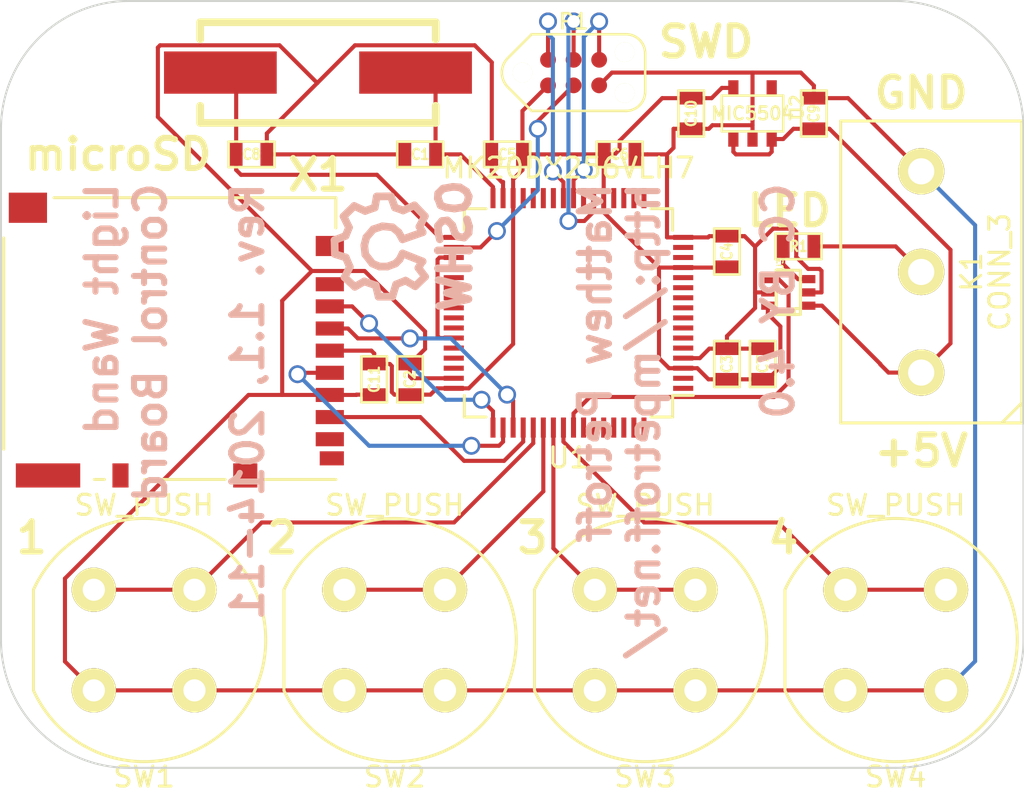
<source format=kicad_pcb>
(kicad_pcb (version 20171130) (host pcbnew "(5.1.12)-1")

  (general
    (thickness 1.6)
    (drawings 20)
    (tracks 282)
    (zones 0)
    (modules 24)
    (nets 65)
  )

  (page A4)
  (layers
    (0 F.Cu signal)
    (31 B.Cu signal)
    (32 B.Adhes user)
    (33 F.Adhes user hide)
    (34 B.Paste user)
    (35 F.Paste user)
    (36 B.SilkS user)
    (37 F.SilkS user)
    (38 B.Mask user)
    (39 F.Mask user)
    (40 Dwgs.User user)
    (41 Cmts.User user)
    (42 Eco1.User user)
    (43 Eco2.User user)
    (44 Edge.Cuts user)
    (45 Margin user)
    (46 B.CrtYd user)
    (47 F.CrtYd user)
    (48 B.Fab user)
    (49 F.Fab user)
  )

  (setup
    (last_trace_width 0.2032)
    (trace_clearance 0.2032)
    (zone_clearance 0.635)
    (zone_45_only no)
    (trace_min 0.2032)
    (via_size 0.889)
    (via_drill 0.635)
    (via_min_size 0.889)
    (via_min_drill 0.508)
    (uvia_size 0.508)
    (uvia_drill 0.127)
    (uvias_allowed no)
    (uvia_min_size 0.508)
    (uvia_min_drill 0.127)
    (edge_width 0.1)
    (segment_width 0.2)
    (pcb_text_width 0.3)
    (pcb_text_size 1.5 1.5)
    (mod_edge_width 0.15)
    (mod_text_size 1 1)
    (mod_text_width 0.15)
    (pad_size 1.5 1.5)
    (pad_drill 0.6)
    (pad_to_mask_clearance 0.0508)
    (aux_axis_origin 0 0)
    (visible_elements 7FFFFFFF)
    (pcbplotparams
      (layerselection 0x010f0_80000001)
      (usegerberextensions true)
      (usegerberattributes true)
      (usegerberadvancedattributes true)
      (creategerberjobfile true)
      (excludeedgelayer true)
      (linewidth 0.100000)
      (plotframeref false)
      (viasonmask false)
      (mode 1)
      (useauxorigin false)
      (hpglpennumber 1)
      (hpglpenspeed 20)
      (hpglpendiameter 15.000000)
      (psnegative false)
      (psa4output false)
      (plotreference false)
      (plotvalue false)
      (plotinvisibletext false)
      (padsonsilk false)
      (subtractmaskfromsilk false)
      (outputformat 1)
      (mirror false)
      (drillshape 0)
      (scaleselection 1)
      (outputdirectory "gerber/"))
  )

  (net 0 "")
  (net 1 "Net-(C1-Pad1)")
  (net 2 GND)
  (net 3 +3.3V)
  (net 4 +5V)
  (net 5 /WS2812)
  (net 6 /SWDIO)
  (net 7 /RESET)
  (net 8 /SWCLK)
  (net 9 /SWO)
  (net 10 /BTN1)
  (net 11 /BTN2)
  (net 12 /BTN3)
  (net 13 /BTN4)
  (net 14 "Net-(U1-Pad1)")
  (net 15 "Net-(U1-Pad2)")
  (net 16 "Net-(U1-Pad5)")
  (net 17 "Net-(U1-Pad6)")
  (net 18 "Net-(U1-Pad7)")
  (net 19 "Net-(U1-Pad8)")
  (net 20 "Net-(U1-Pad9)")
  (net 21 "Net-(U1-Pad10)")
  (net 22 "Net-(U1-Pad11)")
  (net 23 "Net-(U1-Pad12)")
  (net 24 "Net-(U1-Pad14)")
  (net 25 "Net-(U1-Pad15)")
  (net 26 "Net-(U1-Pad17)")
  (net 27 "Net-(U1-Pad18)")
  (net 28 "Net-(U1-Pad19)")
  (net 29 "Net-(U1-Pad20)")
  (net 30 "Net-(U1-Pad23)")
  (net 31 "Net-(U1-Pad26)")
  (net 32 "Net-(U1-Pad27)")
  (net 33 "Net-(U1-Pad28)")
  (net 34 "Net-(U1-Pad29)")
  (net 35 "Net-(U1-Pad39)")
  (net 36 "Net-(U1-Pad40)")
  (net 37 "Net-(U1-Pad41)")
  (net 38 "Net-(U1-Pad42)")
  (net 39 "Net-(U1-Pad44)")
  (net 40 "Net-(U1-Pad45)")
  (net 41 "Net-(U1-Pad46)")
  (net 42 /CS)
  (net 43 /SCK)
  (net 44 /MOSI)
  (net 45 /MISO)
  (net 46 /WS2812_L)
  (net 47 "Net-(U1-Pad58)")
  (net 48 "Net-(U1-Pad59)")
  (net 49 "Net-(U1-Pad60)")
  (net 50 "Net-(U1-Pad61)")
  (net 51 "Net-(U1-Pad62)")
  (net 52 "Net-(U1-Pad63)")
  (net 53 "Net-(U1-Pad64)")
  (net 54 "Net-(U2-Pad4)")
  (net 55 "Net-(U4-Pad1)")
  (net 56 "Net-(U4-Pad8)")
  (net 57 "Net-(U4-PadCD_B)")
  (net 58 "Net-(U4-PadCD_A)")
  (net 59 "Net-(C8-Pad1)")
  (net 60 "Net-(U1-Pad35)")
  (net 61 "Net-(U1-Pad36)")
  (net 62 "Net-(U1-Pad37)")
  (net 63 "Net-(U1-Pad38)")
  (net 64 "Net-(K1-Pad2)")

  (net_class Default "This is the default net class."
    (clearance 0.2032)
    (trace_width 0.2032)
    (via_dia 0.889)
    (via_drill 0.635)
    (uvia_dia 0.508)
    (uvia_drill 0.127)
    (add_net +3.3V)
    (add_net +5V)
    (add_net /BTN1)
    (add_net /BTN2)
    (add_net /BTN3)
    (add_net /BTN4)
    (add_net /CS)
    (add_net /MISO)
    (add_net /MOSI)
    (add_net /RESET)
    (add_net /SCK)
    (add_net /SWCLK)
    (add_net /SWDIO)
    (add_net /SWO)
    (add_net /WS2812)
    (add_net /WS2812_L)
    (add_net GND)
    (add_net "Net-(C1-Pad1)")
    (add_net "Net-(C8-Pad1)")
    (add_net "Net-(K1-Pad2)")
    (add_net "Net-(U1-Pad1)")
    (add_net "Net-(U1-Pad10)")
    (add_net "Net-(U1-Pad11)")
    (add_net "Net-(U1-Pad12)")
    (add_net "Net-(U1-Pad14)")
    (add_net "Net-(U1-Pad15)")
    (add_net "Net-(U1-Pad17)")
    (add_net "Net-(U1-Pad18)")
    (add_net "Net-(U1-Pad19)")
    (add_net "Net-(U1-Pad2)")
    (add_net "Net-(U1-Pad20)")
    (add_net "Net-(U1-Pad23)")
    (add_net "Net-(U1-Pad26)")
    (add_net "Net-(U1-Pad27)")
    (add_net "Net-(U1-Pad28)")
    (add_net "Net-(U1-Pad29)")
    (add_net "Net-(U1-Pad35)")
    (add_net "Net-(U1-Pad36)")
    (add_net "Net-(U1-Pad37)")
    (add_net "Net-(U1-Pad38)")
    (add_net "Net-(U1-Pad39)")
    (add_net "Net-(U1-Pad40)")
    (add_net "Net-(U1-Pad41)")
    (add_net "Net-(U1-Pad42)")
    (add_net "Net-(U1-Pad44)")
    (add_net "Net-(U1-Pad45)")
    (add_net "Net-(U1-Pad46)")
    (add_net "Net-(U1-Pad5)")
    (add_net "Net-(U1-Pad58)")
    (add_net "Net-(U1-Pad59)")
    (add_net "Net-(U1-Pad6)")
    (add_net "Net-(U1-Pad60)")
    (add_net "Net-(U1-Pad61)")
    (add_net "Net-(U1-Pad62)")
    (add_net "Net-(U1-Pad63)")
    (add_net "Net-(U1-Pad64)")
    (add_net "Net-(U1-Pad7)")
    (add_net "Net-(U1-Pad8)")
    (add_net "Net-(U1-Pad9)")
    (add_net "Net-(U2-Pad4)")
    (add_net "Net-(U4-Pad1)")
    (add_net "Net-(U4-Pad8)")
    (add_net "Net-(U4-PadCD_A)")
    (add_net "Net-(U4-PadCD_B)")
  )

  (module SMD_Packages:SMD-0603 (layer F.Cu) (tedit 544D4F70) (tstamp 544D5043)
    (at 178.308 104.14 180)
    (path /544D25B5)
    (attr smd)
    (fp_text reference C1 (at 0 0 180) (layer F.SilkS)
      (effects (font (size 0.508 0.4572) (thickness 0.1143)))
    )
    (fp_text value 27pF (at 0 0 180) (layer F.SilkS) hide
      (effects (font (size 0.508 0.4572) (thickness 0.1143)))
    )
    (fp_line (start -1.143 0.635) (end -1.143 -0.635) (layer F.SilkS) (width 0.127))
    (fp_line (start 1.143 0.635) (end -1.143 0.635) (layer F.SilkS) (width 0.127))
    (fp_line (start 1.143 -0.635) (end 1.143 0.635) (layer F.SilkS) (width 0.127))
    (fp_line (start -1.143 -0.635) (end 1.143 -0.635) (layer F.SilkS) (width 0.127))
    (pad 1 smd rect (at -0.762 0 180) (size 0.635 1.143) (layers F.Cu F.Paste F.Mask)
      (net 1 "Net-(C1-Pad1)"))
    (pad 2 smd rect (at 0.762 0 180) (size 0.635 1.143) (layers F.Cu F.Paste F.Mask)
      (net 2 GND))
    (model smd\resistors\R0603.wrl
      (offset (xyz 0 0 0.02540000082496551))
      (scale (xyz 0.5 0.5 0.5))
      (rotate (xyz 0 0 0))
    )
  )

  (module SMD_Packages:SMD-0603 (layer F.Cu) (tedit 544D4F70) (tstamp 544D504D)
    (at 177.8 115.316 90)
    (path /544D32D6)
    (attr smd)
    (fp_text reference C2 (at 0 0 90) (layer F.SilkS)
      (effects (font (size 0.508 0.4572) (thickness 0.1143)))
    )
    (fp_text value 0.1uF (at 0 0 90) (layer F.SilkS) hide
      (effects (font (size 0.508 0.4572) (thickness 0.1143)))
    )
    (fp_line (start -1.143 0.635) (end -1.143 -0.635) (layer F.SilkS) (width 0.127))
    (fp_line (start 1.143 0.635) (end -1.143 0.635) (layer F.SilkS) (width 0.127))
    (fp_line (start 1.143 -0.635) (end 1.143 0.635) (layer F.SilkS) (width 0.127))
    (fp_line (start -1.143 -0.635) (end 1.143 -0.635) (layer F.SilkS) (width 0.127))
    (pad 1 smd rect (at -0.762 0 90) (size 0.635 1.143) (layers F.Cu F.Paste F.Mask)
      (net 3 +3.3V))
    (pad 2 smd rect (at 0.762 0 90) (size 0.635 1.143) (layers F.Cu F.Paste F.Mask)
      (net 2 GND))
    (model smd\resistors\R0603.wrl
      (offset (xyz 0 0 0.02540000082496551))
      (scale (xyz 0.5 0.5 0.5))
      (rotate (xyz 0 0 0))
    )
  )

  (module SMD_Packages:SMD-0603 (layer F.Cu) (tedit 544D4F70) (tstamp 544D5057)
    (at 193.548 114.554 90)
    (path /544D3334)
    (attr smd)
    (fp_text reference C3 (at 0 0 90) (layer F.SilkS)
      (effects (font (size 0.508 0.4572) (thickness 0.1143)))
    )
    (fp_text value 0.1uF (at 0 0 90) (layer F.SilkS) hide
      (effects (font (size 0.508 0.4572) (thickness 0.1143)))
    )
    (fp_line (start -1.143 0.635) (end -1.143 -0.635) (layer F.SilkS) (width 0.127))
    (fp_line (start 1.143 0.635) (end -1.143 0.635) (layer F.SilkS) (width 0.127))
    (fp_line (start 1.143 -0.635) (end 1.143 0.635) (layer F.SilkS) (width 0.127))
    (fp_line (start -1.143 -0.635) (end 1.143 -0.635) (layer F.SilkS) (width 0.127))
    (pad 1 smd rect (at -0.762 0 90) (size 0.635 1.143) (layers F.Cu F.Paste F.Mask)
      (net 3 +3.3V))
    (pad 2 smd rect (at 0.762 0 90) (size 0.635 1.143) (layers F.Cu F.Paste F.Mask)
      (net 2 GND))
    (model smd\resistors\R0603.wrl
      (offset (xyz 0 0 0.02540000082496551))
      (scale (xyz 0.5 0.5 0.5))
      (rotate (xyz 0 0 0))
    )
  )

  (module SMD_Packages:SMD-0603 (layer F.Cu) (tedit 544D4F70) (tstamp 544D5061)
    (at 193.548 108.966 90)
    (path /544D3368)
    (attr smd)
    (fp_text reference C4 (at 0 0 90) (layer F.SilkS)
      (effects (font (size 0.508 0.4572) (thickness 0.1143)))
    )
    (fp_text value 0.1uF (at 0 0 90) (layer F.SilkS) hide
      (effects (font (size 0.508 0.4572) (thickness 0.1143)))
    )
    (fp_line (start -1.143 0.635) (end -1.143 -0.635) (layer F.SilkS) (width 0.127))
    (fp_line (start 1.143 0.635) (end -1.143 0.635) (layer F.SilkS) (width 0.127))
    (fp_line (start 1.143 -0.635) (end 1.143 0.635) (layer F.SilkS) (width 0.127))
    (fp_line (start -1.143 -0.635) (end 1.143 -0.635) (layer F.SilkS) (width 0.127))
    (pad 1 smd rect (at -0.762 0 90) (size 0.635 1.143) (layers F.Cu F.Paste F.Mask)
      (net 3 +3.3V))
    (pad 2 smd rect (at 0.762 0 90) (size 0.635 1.143) (layers F.Cu F.Paste F.Mask)
      (net 2 GND))
    (model smd\resistors\R0603.wrl
      (offset (xyz 0 0 0.02540000082496551))
      (scale (xyz 0.5 0.5 0.5))
      (rotate (xyz 0 0 0))
    )
  )

  (module SMD_Packages:SMD-0603 (layer F.Cu) (tedit 544D4F70) (tstamp 544D506B)
    (at 182.626 104.14 180)
    (path /544D339D)
    (attr smd)
    (fp_text reference C5 (at 0 0 180) (layer F.SilkS)
      (effects (font (size 0.508 0.4572) (thickness 0.1143)))
    )
    (fp_text value 0.1uF (at 0 0 180) (layer F.SilkS) hide
      (effects (font (size 0.508 0.4572) (thickness 0.1143)))
    )
    (fp_line (start -1.143 0.635) (end -1.143 -0.635) (layer F.SilkS) (width 0.127))
    (fp_line (start 1.143 0.635) (end -1.143 0.635) (layer F.SilkS) (width 0.127))
    (fp_line (start 1.143 -0.635) (end 1.143 0.635) (layer F.SilkS) (width 0.127))
    (fp_line (start -1.143 -0.635) (end 1.143 -0.635) (layer F.SilkS) (width 0.127))
    (pad 1 smd rect (at -0.762 0 180) (size 0.635 1.143) (layers F.Cu F.Paste F.Mask)
      (net 3 +3.3V))
    (pad 2 smd rect (at 0.762 0 180) (size 0.635 1.143) (layers F.Cu F.Paste F.Mask)
      (net 2 GND))
    (model smd\resistors\R0603.wrl
      (offset (xyz 0 0 0.02540000082496551))
      (scale (xyz 0.5 0.5 0.5))
      (rotate (xyz 0 0 0))
    )
  )

  (module SMD_Packages:SMD-0603 (layer F.Cu) (tedit 544D4F70) (tstamp 544D5075)
    (at 195.326 114.554 90)
    (path /544D33CF)
    (attr smd)
    (fp_text reference C7 (at 0 0 90) (layer F.SilkS)
      (effects (font (size 0.508 0.4572) (thickness 0.1143)))
    )
    (fp_text value 2.2uF (at 0 0 90) (layer F.SilkS) hide
      (effects (font (size 0.508 0.4572) (thickness 0.1143)))
    )
    (fp_line (start -1.143 0.635) (end -1.143 -0.635) (layer F.SilkS) (width 0.127))
    (fp_line (start 1.143 0.635) (end -1.143 0.635) (layer F.SilkS) (width 0.127))
    (fp_line (start 1.143 -0.635) (end 1.143 0.635) (layer F.SilkS) (width 0.127))
    (fp_line (start -1.143 -0.635) (end 1.143 -0.635) (layer F.SilkS) (width 0.127))
    (pad 1 smd rect (at -0.762 0 90) (size 0.635 1.143) (layers F.Cu F.Paste F.Mask)
      (net 3 +3.3V))
    (pad 2 smd rect (at 0.762 0 90) (size 0.635 1.143) (layers F.Cu F.Paste F.Mask)
      (net 2 GND))
    (model smd\resistors\R0603.wrl
      (offset (xyz 0 0 0.02540000082496551))
      (scale (xyz 0.5 0.5 0.5))
      (rotate (xyz 0 0 0))
    )
  )

  (module SMD_Packages:SMD-0603 (layer F.Cu) (tedit 544D4F70) (tstamp 544D507F)
    (at 169.926 104.14)
    (path /544D25F3)
    (attr smd)
    (fp_text reference C8 (at 0 0) (layer F.SilkS)
      (effects (font (size 0.508 0.4572) (thickness 0.1143)))
    )
    (fp_text value 27pF (at 0 0) (layer F.SilkS) hide
      (effects (font (size 0.508 0.4572) (thickness 0.1143)))
    )
    (fp_line (start -1.143 0.635) (end -1.143 -0.635) (layer F.SilkS) (width 0.127))
    (fp_line (start 1.143 0.635) (end -1.143 0.635) (layer F.SilkS) (width 0.127))
    (fp_line (start 1.143 -0.635) (end 1.143 0.635) (layer F.SilkS) (width 0.127))
    (fp_line (start -1.143 -0.635) (end 1.143 -0.635) (layer F.SilkS) (width 0.127))
    (pad 1 smd rect (at -0.762 0) (size 0.635 1.143) (layers F.Cu F.Paste F.Mask)
      (net 59 "Net-(C8-Pad1)"))
    (pad 2 smd rect (at 0.762 0) (size 0.635 1.143) (layers F.Cu F.Paste F.Mask)
      (net 2 GND))
    (model smd\resistors\R0603.wrl
      (offset (xyz 0 0 0.02540000082496551))
      (scale (xyz 0.5 0.5 0.5))
      (rotate (xyz 0 0 0))
    )
  )

  (module SMD_Packages:SMD-0603 (layer F.Cu) (tedit 544D4F70) (tstamp 544D5089)
    (at 197.866 102.108 90)
    (path /544D5FA3)
    (attr smd)
    (fp_text reference C9 (at 0 0 90) (layer F.SilkS)
      (effects (font (size 0.508 0.4572) (thickness 0.1143)))
    )
    (fp_text value 1uF (at 0 0 90) (layer F.SilkS) hide
      (effects (font (size 0.508 0.4572) (thickness 0.1143)))
    )
    (fp_line (start -1.143 0.635) (end -1.143 -0.635) (layer F.SilkS) (width 0.127))
    (fp_line (start 1.143 0.635) (end -1.143 0.635) (layer F.SilkS) (width 0.127))
    (fp_line (start 1.143 -0.635) (end 1.143 0.635) (layer F.SilkS) (width 0.127))
    (fp_line (start -1.143 -0.635) (end 1.143 -0.635) (layer F.SilkS) (width 0.127))
    (pad 1 smd rect (at -0.762 0 90) (size 0.635 1.143) (layers F.Cu F.Paste F.Mask)
      (net 4 +5V))
    (pad 2 smd rect (at 0.762 0 90) (size 0.635 1.143) (layers F.Cu F.Paste F.Mask)
      (net 2 GND))
    (model smd\resistors\R0603.wrl
      (offset (xyz 0 0 0.02540000082496551))
      (scale (xyz 0.5 0.5 0.5))
      (rotate (xyz 0 0 0))
    )
  )

  (module SMD_Packages:SMD-0603 (layer F.Cu) (tedit 544D4F70) (tstamp 544D5093)
    (at 191.77 102.108 270)
    (path /544D5E74)
    (attr smd)
    (fp_text reference C10 (at 0 0 270) (layer F.SilkS)
      (effects (font (size 0.508 0.4572) (thickness 0.1143)))
    )
    (fp_text value 1uF (at 0 0 270) (layer F.SilkS) hide
      (effects (font (size 0.508 0.4572) (thickness 0.1143)))
    )
    (fp_line (start -1.143 0.635) (end -1.143 -0.635) (layer F.SilkS) (width 0.127))
    (fp_line (start 1.143 0.635) (end -1.143 0.635) (layer F.SilkS) (width 0.127))
    (fp_line (start 1.143 -0.635) (end 1.143 0.635) (layer F.SilkS) (width 0.127))
    (fp_line (start -1.143 -0.635) (end 1.143 -0.635) (layer F.SilkS) (width 0.127))
    (pad 1 smd rect (at -0.762 0 270) (size 0.635 1.143) (layers F.Cu F.Paste F.Mask)
      (net 3 +3.3V))
    (pad 2 smd rect (at 0.762 0 270) (size 0.635 1.143) (layers F.Cu F.Paste F.Mask)
      (net 2 GND))
    (model smd\resistors\R0603.wrl
      (offset (xyz 0 0 0.02540000082496551))
      (scale (xyz 0.5 0.5 0.5))
      (rotate (xyz 0 0 0))
    )
  )

  (module SMD_Packages:SMD-0603 (layer F.Cu) (tedit 544D4F70) (tstamp 544D509D)
    (at 176.022 115.316 270)
    (path /544D3C63)
    (attr smd)
    (fp_text reference C11 (at 0 0 270) (layer F.SilkS)
      (effects (font (size 0.508 0.4572) (thickness 0.1143)))
    )
    (fp_text value 0.1uF (at 0 0 270) (layer F.SilkS) hide
      (effects (font (size 0.508 0.4572) (thickness 0.1143)))
    )
    (fp_line (start -1.143 0.635) (end -1.143 -0.635) (layer F.SilkS) (width 0.127))
    (fp_line (start 1.143 0.635) (end -1.143 0.635) (layer F.SilkS) (width 0.127))
    (fp_line (start 1.143 -0.635) (end 1.143 0.635) (layer F.SilkS) (width 0.127))
    (fp_line (start -1.143 -0.635) (end 1.143 -0.635) (layer F.SilkS) (width 0.127))
    (pad 1 smd rect (at -0.762 0 270) (size 0.635 1.143) (layers F.Cu F.Paste F.Mask)
      (net 3 +3.3V))
    (pad 2 smd rect (at 0.762 0 270) (size 0.635 1.143) (layers F.Cu F.Paste F.Mask)
      (net 2 GND))
    (model smd\resistors\R0603.wrl
      (offset (xyz 0 0 0.02540000082496551))
      (scale (xyz 0.5 0.5 0.5))
      (rotate (xyz 0 0 0))
    )
  )

  (module footprints:1935174 (layer F.Cu) (tedit 544D4EF8) (tstamp 544D550F)
    (at 203.2 109.982 90)
    (path /544C5AA3)
    (fp_text reference K1 (at 0 2.5 90) (layer F.SilkS)
      (effects (font (size 1 1) (thickness 0.15)))
    )
    (fp_text value CONN_3 (at 0 3.9 90) (layer F.SilkS)
      (effects (font (size 1 1) (thickness 0.15)))
    )
    (fp_line (start -7.5 -4) (end 7.5 -4) (layer F.SilkS) (width 0.15))
    (fp_line (start -7.5 5) (end 7.5 5) (layer F.SilkS) (width 0.15))
    (fp_line (start -7.5 -4) (end -7.5 5) (layer F.SilkS) (width 0.15))
    (fp_line (start 7.5 -4) (end 7.5 5) (layer F.SilkS) (width 0.15))
    (fp_line (start -7.5 4) (end -6.5 5) (layer F.SilkS) (width 0.15))
    (pad 1 thru_hole circle (at -5 0 90) (size 2.3 2.3) (drill 1.3) (layers *.Cu *.Mask F.SilkS)
      (net 4 +5V))
    (pad 2 thru_hole circle (at 0 0 90) (size 2.3 2.3) (drill 1.3) (layers *.Cu *.Mask F.SilkS)
      (net 64 "Net-(K1-Pad2)"))
    (pad 3 thru_hole circle (at 5 0 90) (size 2.3 2.3) (drill 1.3) (layers *.Cu *.Mask F.SilkS)
      (net 2 GND))
  )

  (module footprints:TC2030-NL_SMALL (layer F.Cu) (tedit 4FBCCECC) (tstamp 544D50BE)
    (at 185.928 100.076)
    (descr "Tag-Connect TC2030-NL footprint by carloscuev@gmail.com")
    (tags "Tag-Connect TC2030-NL")
    (path /544D14B3)
    (clearance 0.127)
    (attr virtual)
    (fp_text reference P1 (at 0 -2.54) (layer F.SilkS)
      (effects (font (size 0.75692 0.75692) (thickness 0.127)))
    )
    (fp_text value TC2030-CTX (at 0 2.667) (layer F.SilkS) hide
      (effects (font (size 0.75692 0.75692) (thickness 0.127)))
    )
    (fp_line (start 3.556 -0.9525) (end 3.556 0.9525) (layer F.SilkS) (width 0.127))
    (fp_line (start -3.2639 -0.7239) (end -2.0828 -1.905) (layer F.SilkS) (width 0.127))
    (fp_line (start -3.2639 0.7239) (end -2.0828 1.905) (layer F.SilkS) (width 0.127))
    (fp_line (start 2.6035 -1.905) (end -2.0828 -1.905) (layer F.SilkS) (width 0.127))
    (fp_line (start 2.6035 1.905) (end -2.0828 1.905) (layer F.SilkS) (width 0.127))
    (fp_arc (start -2.54 0) (end -3.2639 0.7239) (angle 90) (layer F.SilkS) (width 0.127))
    (fp_arc (start 2.6035 0.9525) (end 3.556 0.9525) (angle 90) (layer F.SilkS) (width 0.127))
    (fp_arc (start 2.6035 -0.9525) (end 2.6035 -1.905) (angle 90) (layer F.SilkS) (width 0.127))
    (pad 1 connect circle (at -1.27 0.635) (size 0.78486 0.78486) (layers F.Cu F.Mask)
      (net 3 +3.3V))
    (pad 2 connect circle (at -1.27 -0.635) (size 0.78486 0.78486) (layers F.Cu F.Mask)
      (net 6 /SWDIO))
    (pad 3 connect circle (at 0 0.635) (size 0.78486 0.78486) (layers F.Cu F.Mask)
      (net 7 /RESET))
    (pad 4 connect circle (at 0 -0.635) (size 0.78486 0.78486) (layers F.Cu F.Mask)
      (net 8 /SWCLK))
    (pad 5 connect circle (at 1.27 0.635) (size 0.78486 0.78486) (layers F.Cu F.Mask)
      (net 2 GND))
    (pad 6 connect circle (at 1.27 -0.635) (size 0.78486 0.78486) (layers F.Cu F.Mask)
      (net 9 /SWO))
    (pad "" np_thru_hole circle (at -2.54 0) (size 0.98806 0.98806) (drill 0.98806) (layers *.Cu *.Mask F.SilkS))
    (pad "" np_thru_hole circle (at 2.54 -1.016) (size 0.98552 0.98552) (drill 0.98552) (layers *.Cu *.Mask F.SilkS))
    (pad "" np_thru_hole circle (at 2.54 1.016) (size 0.98552 0.98552) (drill 0.98552) (layers *.Cu *.Mask F.SilkS))
  )

  (module footprints:D6_SWITCH (layer F.Cu) (tedit 544D4B82) (tstamp 544D50C8)
    (at 164.592 128.27)
    (path /544D2CA8)
    (fp_text reference SW1 (at 0 6.8) (layer F.SilkS)
      (effects (font (size 1 1) (thickness 0.15)))
    )
    (fp_text value SW_PUSH (at 0 -6.7) (layer F.SilkS)
      (effects (font (size 1 1) (thickness 0.15)))
    )
    (fp_line (start -5.5 2.5) (end -5.5 -2.5) (layer F.SilkS) (width 0.15))
    (fp_arc (start 0 0) (end -5.5 -2.5) (angle 311) (layer F.SilkS) (width 0.15))
    (pad 1 thru_hole circle (at -2.5 -2.5) (size 2.2 2.2) (drill 1.1) (layers *.Cu *.Mask F.SilkS)
      (net 10 /BTN1))
    (pad 1 thru_hole circle (at 2.5 -2.5) (size 2.2 2.2) (drill 1.1) (layers *.Cu *.Mask F.SilkS)
      (net 10 /BTN1))
    (pad 2 thru_hole circle (at 2.5 2.5) (size 2.2 2.2) (drill 1.1) (layers *.Cu *.Mask F.SilkS)
      (net 2 GND))
    (pad 2 thru_hole circle (at -2.5 2.5) (size 2.2 2.2) (drill 1.1) (layers *.Cu *.Mask F.SilkS)
      (net 2 GND))
  )

  (module footprints:D6_SWITCH (layer F.Cu) (tedit 544D4B82) (tstamp 544D50D2)
    (at 177.038 128.27)
    (path /544D2D5B)
    (fp_text reference SW2 (at 0 6.8) (layer F.SilkS)
      (effects (font (size 1 1) (thickness 0.15)))
    )
    (fp_text value SW_PUSH (at 0 -6.7) (layer F.SilkS)
      (effects (font (size 1 1) (thickness 0.15)))
    )
    (fp_line (start -5.5 2.5) (end -5.5 -2.5) (layer F.SilkS) (width 0.15))
    (fp_arc (start 0 0) (end -5.5 -2.5) (angle 311) (layer F.SilkS) (width 0.15))
    (pad 1 thru_hole circle (at -2.5 -2.5) (size 2.2 2.2) (drill 1.1) (layers *.Cu *.Mask F.SilkS)
      (net 11 /BTN2))
    (pad 1 thru_hole circle (at 2.5 -2.5) (size 2.2 2.2) (drill 1.1) (layers *.Cu *.Mask F.SilkS)
      (net 11 /BTN2))
    (pad 2 thru_hole circle (at 2.5 2.5) (size 2.2 2.2) (drill 1.1) (layers *.Cu *.Mask F.SilkS)
      (net 2 GND))
    (pad 2 thru_hole circle (at -2.5 2.5) (size 2.2 2.2) (drill 1.1) (layers *.Cu *.Mask F.SilkS)
      (net 2 GND))
  )

  (module footprints:D6_SWITCH (layer F.Cu) (tedit 544D4B82) (tstamp 544D50DC)
    (at 189.484 128.27)
    (path /544D2D8F)
    (fp_text reference SW3 (at 0 6.8) (layer F.SilkS)
      (effects (font (size 1 1) (thickness 0.15)))
    )
    (fp_text value SW_PUSH (at 0 -6.7) (layer F.SilkS)
      (effects (font (size 1 1) (thickness 0.15)))
    )
    (fp_line (start -5.5 2.5) (end -5.5 -2.5) (layer F.SilkS) (width 0.15))
    (fp_arc (start 0 0) (end -5.5 -2.5) (angle 311) (layer F.SilkS) (width 0.15))
    (pad 1 thru_hole circle (at -2.5 -2.5) (size 2.2 2.2) (drill 1.1) (layers *.Cu *.Mask F.SilkS)
      (net 12 /BTN3))
    (pad 1 thru_hole circle (at 2.5 -2.5) (size 2.2 2.2) (drill 1.1) (layers *.Cu *.Mask F.SilkS)
      (net 12 /BTN3))
    (pad 2 thru_hole circle (at 2.5 2.5) (size 2.2 2.2) (drill 1.1) (layers *.Cu *.Mask F.SilkS)
      (net 2 GND))
    (pad 2 thru_hole circle (at -2.5 2.5) (size 2.2 2.2) (drill 1.1) (layers *.Cu *.Mask F.SilkS)
      (net 2 GND))
  )

  (module footprints:D6_SWITCH (layer F.Cu) (tedit 544D4B82) (tstamp 544D50E6)
    (at 201.93 128.27)
    (path /544D2DC4)
    (fp_text reference SW4 (at 0 6.8) (layer F.SilkS)
      (effects (font (size 1 1) (thickness 0.15)))
    )
    (fp_text value SW_PUSH (at 0 -6.7) (layer F.SilkS)
      (effects (font (size 1 1) (thickness 0.15)))
    )
    (fp_line (start -5.5 2.5) (end -5.5 -2.5) (layer F.SilkS) (width 0.15))
    (fp_arc (start 0 0) (end -5.5 -2.5) (angle 311) (layer F.SilkS) (width 0.15))
    (pad 1 thru_hole circle (at -2.5 -2.5) (size 2.2 2.2) (drill 1.1) (layers *.Cu *.Mask F.SilkS)
      (net 13 /BTN4))
    (pad 1 thru_hole circle (at 2.5 -2.5) (size 2.2 2.2) (drill 1.1) (layers *.Cu *.Mask F.SilkS)
      (net 13 /BTN4))
    (pad 2 thru_hole circle (at 2.5 2.5) (size 2.2 2.2) (drill 1.1) (layers *.Cu *.Mask F.SilkS)
      (net 2 GND))
    (pad 2 thru_hole circle (at -2.5 2.5) (size 2.2 2.2) (drill 1.1) (layers *.Cu *.Mask F.SilkS)
      (net 2 GND))
  )

  (module QFP:LQFP-64_10x10mm_Pitch0.5mm (layer F.Cu) (tedit 54130A77) (tstamp 544D5137)
    (at 185.674 112.014 180)
    (descr "64 LEAD LQFP 10x10mm (see MICREL LQFP10x10-64LD-PL-1.pdf)")
    (tags "QFP 0.5")
    (path /544CF54B)
    (attr smd)
    (fp_text reference U1 (at 0 -7.2 180) (layer F.SilkS)
      (effects (font (size 1 1) (thickness 0.15)))
    )
    (fp_text value MK20DX256VLH7 (at 0 7.2 180) (layer F.SilkS)
      (effects (font (size 1 1) (thickness 0.15)))
    )
    (fp_line (start -5.175 -4.1) (end -6.2 -4.1) (layer F.SilkS) (width 0.15))
    (fp_line (start 5.175 -5.175) (end 4.1 -5.175) (layer F.SilkS) (width 0.15))
    (fp_line (start 5.175 5.175) (end 4.1 5.175) (layer F.SilkS) (width 0.15))
    (fp_line (start -5.175 5.175) (end -4.1 5.175) (layer F.SilkS) (width 0.15))
    (fp_line (start -5.175 -5.175) (end -4.1 -5.175) (layer F.SilkS) (width 0.15))
    (fp_line (start -5.175 5.175) (end -5.175 4.1) (layer F.SilkS) (width 0.15))
    (fp_line (start 5.175 5.175) (end 5.175 4.1) (layer F.SilkS) (width 0.15))
    (fp_line (start 5.175 -5.175) (end 5.175 -4.1) (layer F.SilkS) (width 0.15))
    (fp_line (start -5.175 -5.175) (end -5.175 -4.1) (layer F.SilkS) (width 0.15))
    (fp_line (start -6.45 6.45) (end 6.45 6.45) (layer F.CrtYd) (width 0.05))
    (fp_line (start -6.45 -6.45) (end 6.45 -6.45) (layer F.CrtYd) (width 0.05))
    (fp_line (start 6.45 -6.45) (end 6.45 6.45) (layer F.CrtYd) (width 0.05))
    (fp_line (start -6.45 -6.45) (end -6.45 6.45) (layer F.CrtYd) (width 0.05))
    (pad 1 smd rect (at -5.7 -3.75 180) (size 1 0.25) (layers F.Cu F.Paste F.Mask)
      (net 14 "Net-(U1-Pad1)"))
    (pad 2 smd rect (at -5.7 -3.25 180) (size 1 0.25) (layers F.Cu F.Paste F.Mask)
      (net 15 "Net-(U1-Pad2)"))
    (pad 3 smd rect (at -5.7 -2.75 180) (size 1 0.25) (layers F.Cu F.Paste F.Mask)
      (net 3 +3.3V))
    (pad 4 smd rect (at -5.7 -2.25 180) (size 1 0.25) (layers F.Cu F.Paste F.Mask)
      (net 2 GND))
    (pad 5 smd rect (at -5.7 -1.75 180) (size 1 0.25) (layers F.Cu F.Paste F.Mask)
      (net 16 "Net-(U1-Pad5)"))
    (pad 6 smd rect (at -5.7 -1.25 180) (size 1 0.25) (layers F.Cu F.Paste F.Mask)
      (net 17 "Net-(U1-Pad6)"))
    (pad 7 smd rect (at -5.7 -0.75 180) (size 1 0.25) (layers F.Cu F.Paste F.Mask)
      (net 18 "Net-(U1-Pad7)"))
    (pad 8 smd rect (at -5.7 -0.25 180) (size 1 0.25) (layers F.Cu F.Paste F.Mask)
      (net 19 "Net-(U1-Pad8)"))
    (pad 9 smd rect (at -5.7 0.25 180) (size 1 0.25) (layers F.Cu F.Paste F.Mask)
      (net 20 "Net-(U1-Pad9)"))
    (pad 10 smd rect (at -5.7 0.75 180) (size 1 0.25) (layers F.Cu F.Paste F.Mask)
      (net 21 "Net-(U1-Pad10)"))
    (pad 11 smd rect (at -5.7 1.25 180) (size 1 0.25) (layers F.Cu F.Paste F.Mask)
      (net 22 "Net-(U1-Pad11)"))
    (pad 12 smd rect (at -5.7 1.75 180) (size 1 0.25) (layers F.Cu F.Paste F.Mask)
      (net 23 "Net-(U1-Pad12)"))
    (pad 13 smd rect (at -5.7 2.25 180) (size 1 0.25) (layers F.Cu F.Paste F.Mask)
      (net 3 +3.3V))
    (pad 14 smd rect (at -5.7 2.75 180) (size 1 0.25) (layers F.Cu F.Paste F.Mask)
      (net 24 "Net-(U1-Pad14)"))
    (pad 15 smd rect (at -5.7 3.25 180) (size 1 0.25) (layers F.Cu F.Paste F.Mask)
      (net 25 "Net-(U1-Pad15)"))
    (pad 16 smd rect (at -5.7 3.75 180) (size 1 0.25) (layers F.Cu F.Paste F.Mask)
      (net 2 GND))
    (pad 17 smd rect (at -3.75 5.7 270) (size 1 0.25) (layers F.Cu F.Paste F.Mask)
      (net 26 "Net-(U1-Pad17)"))
    (pad 18 smd rect (at -3.25 5.7 270) (size 1 0.25) (layers F.Cu F.Paste F.Mask)
      (net 27 "Net-(U1-Pad18)"))
    (pad 19 smd rect (at -2.75 5.7 270) (size 1 0.25) (layers F.Cu F.Paste F.Mask)
      (net 28 "Net-(U1-Pad19)"))
    (pad 20 smd rect (at -2.25 5.7 270) (size 1 0.25) (layers F.Cu F.Paste F.Mask)
      (net 29 "Net-(U1-Pad20)"))
    (pad 21 smd rect (at -1.75 5.7 270) (size 1 0.25) (layers F.Cu F.Paste F.Mask)
      (net 3 +3.3V))
    (pad 22 smd rect (at -1.25 5.7 270) (size 1 0.25) (layers F.Cu F.Paste F.Mask)
      (net 8 /SWCLK))
    (pad 23 smd rect (at -0.75 5.7 270) (size 1 0.25) (layers F.Cu F.Paste F.Mask)
      (net 30 "Net-(U1-Pad23)"))
    (pad 24 smd rect (at -0.25 5.7 270) (size 1 0.25) (layers F.Cu F.Paste F.Mask)
      (net 9 /SWO))
    (pad 25 smd rect (at 0.25 5.7 270) (size 1 0.25) (layers F.Cu F.Paste F.Mask)
      (net 6 /SWDIO))
    (pad 26 smd rect (at 0.75 5.7 270) (size 1 0.25) (layers F.Cu F.Paste F.Mask)
      (net 31 "Net-(U1-Pad26)"))
    (pad 27 smd rect (at 1.25 5.7 270) (size 1 0.25) (layers F.Cu F.Paste F.Mask)
      (net 32 "Net-(U1-Pad27)"))
    (pad 28 smd rect (at 1.75 5.7 270) (size 1 0.25) (layers F.Cu F.Paste F.Mask)
      (net 33 "Net-(U1-Pad28)"))
    (pad 29 smd rect (at 2.25 5.7 270) (size 1 0.25) (layers F.Cu F.Paste F.Mask)
      (net 34 "Net-(U1-Pad29)"))
    (pad 30 smd rect (at 2.75 5.7 270) (size 1 0.25) (layers F.Cu F.Paste F.Mask)
      (net 3 +3.3V))
    (pad 31 smd rect (at 3.25 5.7 270) (size 1 0.25) (layers F.Cu F.Paste F.Mask)
      (net 2 GND))
    (pad 32 smd rect (at 3.75 5.7 270) (size 1 0.25) (layers F.Cu F.Paste F.Mask)
      (net 1 "Net-(C1-Pad1)"))
    (pad 33 smd rect (at 5.7 3.75 180) (size 1 0.25) (layers F.Cu F.Paste F.Mask)
      (net 59 "Net-(C8-Pad1)"))
    (pad 34 smd rect (at 5.7 3.25 180) (size 1 0.25) (layers F.Cu F.Paste F.Mask)
      (net 7 /RESET))
    (pad 35 smd rect (at 5.7 2.75 180) (size 1 0.25) (layers F.Cu F.Paste F.Mask)
      (net 60 "Net-(U1-Pad35)"))
    (pad 36 smd rect (at 5.7 2.25 180) (size 1 0.25) (layers F.Cu F.Paste F.Mask)
      (net 61 "Net-(U1-Pad36)"))
    (pad 37 smd rect (at 5.7 1.75 180) (size 1 0.25) (layers F.Cu F.Paste F.Mask)
      (net 62 "Net-(U1-Pad37)"))
    (pad 38 smd rect (at 5.7 1.25 180) (size 1 0.25) (layers F.Cu F.Paste F.Mask)
      (net 63 "Net-(U1-Pad38)"))
    (pad 39 smd rect (at 5.7 0.75 180) (size 1 0.25) (layers F.Cu F.Paste F.Mask)
      (net 35 "Net-(U1-Pad39)"))
    (pad 40 smd rect (at 5.7 0.25 180) (size 1 0.25) (layers F.Cu F.Paste F.Mask)
      (net 36 "Net-(U1-Pad40)"))
    (pad 41 smd rect (at 5.7 -0.25 180) (size 1 0.25) (layers F.Cu F.Paste F.Mask)
      (net 37 "Net-(U1-Pad41)"))
    (pad 42 smd rect (at 5.7 -0.75 180) (size 1 0.25) (layers F.Cu F.Paste F.Mask)
      (net 38 "Net-(U1-Pad42)"))
    (pad 43 smd rect (at 5.7 -1.25 180) (size 1 0.25) (layers F.Cu F.Paste F.Mask)
      (net 60 "Net-(U1-Pad35)"))
    (pad 44 smd rect (at 5.7 -1.75 180) (size 1 0.25) (layers F.Cu F.Paste F.Mask)
      (net 39 "Net-(U1-Pad44)"))
    (pad 45 smd rect (at 5.7 -2.25 180) (size 1 0.25) (layers F.Cu F.Paste F.Mask)
      (net 40 "Net-(U1-Pad45)"))
    (pad 46 smd rect (at 5.7 -2.75 180) (size 1 0.25) (layers F.Cu F.Paste F.Mask)
      (net 41 "Net-(U1-Pad46)"))
    (pad 47 smd rect (at 5.7 -3.25 180) (size 1 0.25) (layers F.Cu F.Paste F.Mask)
      (net 2 GND))
    (pad 48 smd rect (at 5.7 -3.75 180) (size 1 0.25) (layers F.Cu F.Paste F.Mask)
      (net 3 +3.3V))
    (pad 49 smd rect (at 3.75 -5.7 270) (size 1 0.25) (layers F.Cu F.Paste F.Mask)
      (net 42 /CS))
    (pad 50 smd rect (at 3.25 -5.7 270) (size 1 0.25) (layers F.Cu F.Paste F.Mask)
      (net 43 /SCK))
    (pad 51 smd rect (at 2.75 -5.7 270) (size 1 0.25) (layers F.Cu F.Paste F.Mask)
      (net 44 /MOSI))
    (pad 52 smd rect (at 2.25 -5.7 270) (size 1 0.25) (layers F.Cu F.Paste F.Mask)
      (net 45 /MISO))
    (pad 53 smd rect (at 1.75 -5.7 270) (size 1 0.25) (layers F.Cu F.Paste F.Mask)
      (net 10 /BTN1))
    (pad 54 smd rect (at 1.25 -5.7 270) (size 1 0.25) (layers F.Cu F.Paste F.Mask)
      (net 11 /BTN2))
    (pad 55 smd rect (at 0.75 -5.7 270) (size 1 0.25) (layers F.Cu F.Paste F.Mask)
      (net 12 /BTN3))
    (pad 56 smd rect (at 0.25 -5.7 270) (size 1 0.25) (layers F.Cu F.Paste F.Mask)
      (net 13 /BTN4))
    (pad 57 smd rect (at -0.25 -5.7 270) (size 1 0.25) (layers F.Cu F.Paste F.Mask)
      (net 46 /WS2812_L))
    (pad 58 smd rect (at -0.75 -5.7 270) (size 1 0.25) (layers F.Cu F.Paste F.Mask)
      (net 47 "Net-(U1-Pad58)"))
    (pad 59 smd rect (at -1.25 -5.7 270) (size 1 0.25) (layers F.Cu F.Paste F.Mask)
      (net 48 "Net-(U1-Pad59)"))
    (pad 60 smd rect (at -1.75 -5.7 270) (size 1 0.25) (layers F.Cu F.Paste F.Mask)
      (net 49 "Net-(U1-Pad60)"))
    (pad 61 smd rect (at -2.25 -5.7 270) (size 1 0.25) (layers F.Cu F.Paste F.Mask)
      (net 50 "Net-(U1-Pad61)"))
    (pad 62 smd rect (at -2.75 -5.7 270) (size 1 0.25) (layers F.Cu F.Paste F.Mask)
      (net 51 "Net-(U1-Pad62)"))
    (pad 63 smd rect (at -3.25 -5.7 270) (size 1 0.25) (layers F.Cu F.Paste F.Mask)
      (net 52 "Net-(U1-Pad63)"))
    (pad 64 smd rect (at -3.75 -5.7 270) (size 1 0.25) (layers F.Cu F.Paste F.Mask)
      (net 53 "Net-(U1-Pad64)"))
    (model Housings_QFP/LQFP-64_10x10mm_Pitch0.5mm.wrl
      (at (xyz 0 0 0))
      (scale (xyz 1 1 1))
      (rotate (xyz 0 0 0))
    )
  )

  (module SMD_Packages:SOT-23-5 (layer F.Cu) (tedit 544D4F70) (tstamp 544D5144)
    (at 194.818 102.108)
    (path /544D57A0)
    (attr smd)
    (fp_text reference U2 (at 2.19964 -0.29972 90) (layer F.SilkS)
      (effects (font (size 0.635 0.635) (thickness 0.127)))
    )
    (fp_text value MIC5504 (at 0 0) (layer F.SilkS)
      (effects (font (size 0.635 0.635) (thickness 0.127)))
    )
    (fp_line (start -1.524 -0.889) (end 1.524 -0.889) (layer F.SilkS) (width 0.127))
    (fp_line (start -1.524 0.889) (end -1.524 -0.889) (layer F.SilkS) (width 0.127))
    (fp_line (start 1.524 0.889) (end -1.524 0.889) (layer F.SilkS) (width 0.127))
    (fp_line (start 1.524 -0.889) (end 1.524 0.889) (layer F.SilkS) (width 0.127))
    (pad 1 smd rect (at -0.9525 1.27) (size 0.508 0.762) (layers F.Cu F.Paste F.Mask)
      (net 4 +5V))
    (pad 3 smd rect (at 0.9525 1.27) (size 0.508 0.762) (layers F.Cu F.Paste F.Mask)
      (net 4 +5V))
    (pad 5 smd rect (at -0.9525 -1.27) (size 0.508 0.762) (layers F.Cu F.Paste F.Mask)
      (net 3 +3.3V))
    (pad 2 smd rect (at 0 1.27) (size 0.508 0.762) (layers F.Cu F.Paste F.Mask)
      (net 2 GND))
    (pad 4 smd rect (at 0.9525 -1.27) (size 0.508 0.762) (layers F.Cu F.Paste F.Mask)
      (net 54 "Net-(U2-Pad4)"))
    (model smd/SOT23_5.wrl
      (at (xyz 0 0 0))
      (scale (xyz 0.1000000014901161 0.1000000014901161 0.1000000014901161))
      (rotate (xyz 0 0 0))
    )
  )

  (module Transistors_SMD:sc70-6 (layer F.Cu) (tedit 544D4F70) (tstamp 544D5154)
    (at 196.596 110.998 90)
    (descr SC70-6)
    (path /544D6779)
    (attr smd)
    (fp_text reference U3 (at 1.4 -0.4 90) (layer F.SilkS)
      (effects (font (size 0.29972 0.29972) (thickness 0.06096)))
    )
    (fp_text value SN74LVC1T45 (at 2.2 0.2 90) (layer F.SilkS) hide
      (effects (font (size 0.29972 0.29972) (thickness 0.06096)))
    )
    (fp_line (start 1.1 -0.6) (end -1.1 -0.6) (layer F.SilkS) (width 0.15))
    (fp_line (start -1.1 0.6) (end 1.1 0.6) (layer F.SilkS) (width 0.15))
    (fp_line (start -1.1 -0.6) (end -1.1 0.6) (layer F.SilkS) (width 0.15))
    (fp_line (start 1.1 0.6) (end 1.1 -0.6) (layer F.SilkS) (width 0.15))
    (fp_line (start -0.8 0.3) (end -0.8 0.6) (layer F.SilkS) (width 0.15))
    (fp_line (start -1.1 0.3) (end -0.8 0.3) (layer F.SilkS) (width 0.15))
    (pad 1 smd rect (at -0.6604 1.016 90) (size 0.4064 0.6604) (layers F.Cu F.Paste F.Mask)
      (net 4 +5V))
    (pad 3 smd rect (at 0.6604 1.016 90) (size 0.4064 0.6604) (layers F.Cu F.Paste F.Mask)
      (net 5 /WS2812))
    (pad 2 smd rect (at 0 1.016 90) (size 0.4064 0.6604) (layers F.Cu F.Paste F.Mask)
      (net 2 GND))
    (pad 4 smd rect (at 0.6604 -1.016 90) (size 0.4064 0.6604) (layers F.Cu F.Paste F.Mask)
      (net 46 /WS2812_L))
    (pad 6 smd rect (at -0.6604 -1.016 90) (size 0.4064 0.6604) (layers F.Cu F.Paste F.Mask)
      (net 3 +3.3V))
    (pad 5 smd rect (at 0 -1.016 90) (size 0.4064 0.6604) (layers F.Cu F.Paste F.Mask)
      (net 2 GND))
    (model smd/smd_transistors/sc70-6.wrl
      (at (xyz 0 0 0))
      (scale (xyz 1 1 1))
      (rotate (xyz 0 0 0))
    )
  )

  (module footprints:DM3BT (layer F.Cu) (tedit 519C2019) (tstamp 544D516C)
    (at 166.116 113.792 270)
    (path /544C67AE)
    (fp_text reference U4 (at 0 -2 270) (layer F.SilkS) hide
      (effects (font (size 1 1) (thickness 0.15)))
    )
    (fp_text value MICROSD_SOCKET (at 0 0 270) (layer F.SilkS) hide
      (effects (font (size 1 1) (thickness 0.15)))
    )
    (fp_line (start -5.5 8.5) (end 5 8.5) (layer F.SilkS) (width 0.15))
    (fp_line (start 6.5 3.5) (end 6.5 4) (layer F.SilkS) (width 0.15))
    (fp_line (start 6.5 -2.5) (end 6.5 1.5) (layer F.SilkS) (width 0.15))
    (fp_line (start 6.5 -4.5) (end 6.5 -8) (layer F.SilkS) (width 0.15))
    (fp_line (start -7.5 -8) (end -6 -8) (layer F.SilkS) (width 0.15))
    (fp_line (start -7.5 6) (end -7.5 -8) (layer F.SilkS) (width 0.15))
    (pad 1 smd rect (at -3.2 -7.7 270) (size 0.7 1.4) (layers F.Cu F.Paste F.Mask)
      (net 55 "Net-(U4-Pad1)"))
    (pad 2 smd rect (at -2.1 -7.7 270) (size 0.7 1.4) (layers F.Cu F.Paste F.Mask)
      (net 42 /CS))
    (pad 3 smd rect (at -1 -7.7 270) (size 0.7 1.4) (layers F.Cu F.Paste F.Mask)
      (net 44 /MOSI))
    (pad 4 smd rect (at 0.1 -7.7 270) (size 0.7 1.4) (layers F.Cu F.Paste F.Mask)
      (net 3 +3.3V))
    (pad 5 smd rect (at 1.2 -7.7 270) (size 0.7 1.4) (layers F.Cu F.Paste F.Mask)
      (net 43 /SCK))
    (pad 6 smd rect (at 2.3 -7.7 270) (size 0.7 1.4) (layers F.Cu F.Paste F.Mask)
      (net 2 GND))
    (pad 7 smd rect (at 3.4 -7.7 270) (size 0.7 1.4) (layers F.Cu F.Paste F.Mask)
      (net 45 /MISO))
    (pad 8 smd rect (at 4.5 -7.7 270) (size 0.7 1.4) (layers F.Cu F.Paste F.Mask)
      (net 56 "Net-(U4-Pad8)"))
    (pad CD_B smd rect (at 5.45 -7.8 270) (size 0.7 1.2) (layers F.Cu F.Paste F.Mask)
      (net 57 "Net-(U4-PadCD_B)"))
    (pad CD_A smd rect (at 6.3 2.7 270) (size 1.2 0.8) (layers F.Cu F.Paste F.Mask)
      (net 58 "Net-(U4-PadCD_A)"))
    (pad GND smd rect (at -5.1 -7.7 270) (size 1 1.4) (layers F.Cu F.Paste F.Mask))
    (pad GND smd rect (at 6.3 -3.5 270) (size 1.2 1.2) (layers F.Cu F.Paste F.Mask))
    (pad GND smd rect (at 6.3 6.3 270) (size 1.2 3.2) (layers F.Cu F.Paste F.Mask))
    (pad GND smd rect (at -7 7.3 270) (size 1.5 1.9) (layers F.Cu F.Paste F.Mask))
  )

  (module Crystals:Crystal_HC49-SD_SMD (layer F.Cu) (tedit 544D4F70) (tstamp 544D517B)
    (at 173.228 100.076 180)
    (descr "Crystal, Quarz, HC49-SD, SMD,")
    (tags "Crystal, Quarz, HC49-SD, SMD,")
    (path /544D0E07)
    (attr smd)
    (fp_text reference X1 (at 0 -5.08 180) (layer F.SilkS)
      (effects (font (size 1.524 1.524) (thickness 0.3048)))
    )
    (fp_text value 16MHz (at 2.54 5.08 180) (layer F.SilkS) hide
      (effects (font (size 1.524 1.524) (thickness 0.3048)))
    )
    (fp_line (start -5.84962 -2.49936) (end -5.84962 -1.651) (layer F.SilkS) (width 0.381))
    (fp_line (start -5.84962 2.49936) (end -5.84962 1.651) (layer F.SilkS) (width 0.381))
    (fp_line (start 5.84962 -2.49936) (end 5.84962 -1.651) (layer F.SilkS) (width 0.381))
    (fp_line (start 5.84962 2.49936) (end 5.84962 1.651) (layer F.SilkS) (width 0.381))
    (fp_line (start 5.84962 -2.49936) (end -5.84962 -2.49936) (layer F.SilkS) (width 0.381))
    (fp_line (start -5.84962 2.49936) (end 5.84962 2.49936) (layer F.SilkS) (width 0.381))
    (fp_circle (center 0 0) (end 0.14986 0.0508) (layer F.Adhes) (width 0.381))
    (fp_circle (center 0 0) (end 0.50038 0) (layer F.Adhes) (width 0.381))
    (fp_circle (center 0 0) (end 0.8509 0) (layer F.Adhes) (width 0.381))
    (pad 1 smd rect (at -4.84886 0 180) (size 5.6007 2.10058) (layers F.Cu F.Paste F.Mask)
      (net 1 "Net-(C1-Pad1)"))
    (pad 2 smd rect (at 4.84886 0 180) (size 5.6007 2.10058) (layers F.Cu F.Paste F.Mask)
      (net 59 "Net-(C8-Pad1)"))
  )

  (module SMD_Packages:SMD-0603 (layer F.Cu) (tedit 544D55F5) (tstamp 544D5711)
    (at 188.214 104.14)
    (path /544D55F1)
    (attr smd)
    (fp_text reference C6 (at 0 0) (layer F.SilkS)
      (effects (font (size 0.508 0.4572) (thickness 0.1143)))
    )
    (fp_text value 0.1uF (at 0 0) (layer F.SilkS) hide
      (effects (font (size 0.508 0.4572) (thickness 0.1143)))
    )
    (fp_line (start -1.143 0.635) (end -1.143 -0.635) (layer F.SilkS) (width 0.127))
    (fp_line (start 1.143 0.635) (end -1.143 0.635) (layer F.SilkS) (width 0.127))
    (fp_line (start 1.143 -0.635) (end 1.143 0.635) (layer F.SilkS) (width 0.127))
    (fp_line (start -1.143 -0.635) (end 1.143 -0.635) (layer F.SilkS) (width 0.127))
    (pad 1 smd rect (at -0.762 0) (size 0.635 1.143) (layers F.Cu F.Paste F.Mask)
      (net 3 +3.3V))
    (pad 2 smd rect (at 0.762 0) (size 0.635 1.143) (layers F.Cu F.Paste F.Mask)
      (net 2 GND))
    (model smd\resistors\R0603.wrl
      (offset (xyz 0 0 0.02540000082496551))
      (scale (xyz 0.5 0.5 0.5))
      (rotate (xyz 0 0 0))
    )
  )

  (module Footprint_Symbols:Symbol_OSHW-Logo_SilkScreen (layer B.Cu) (tedit 544D5F1A) (tstamp 544D5F1A)
    (at 176.53 108.712 270)
    (descr "Symbol, OSHW-Logo, Silk Screen,")
    (tags "Symbol, OSHW-Logo, Silk Screen,")
    (fp_text reference SYM (at 0.09906 4.38912 270) (layer B.SilkS) hide
      (effects (font (size 1.524 1.524) (thickness 0.3048)) (justify mirror))
    )
    (fp_text value Symbol_OSHW-Logo_SilkScreen_07Jul2012 (at 0.30988 -6.56082 270) (layer B.SilkS) hide
      (effects (font (size 1.524 1.524) (thickness 0.3048)) (justify mirror))
    )
    (fp_line (start 0.35052 -0.89916) (end 0.7493 -1.89992) (layer B.SilkS) (width 0.381))
    (fp_line (start -0.35052 -0.89916) (end -0.70104 -1.89992) (layer B.SilkS) (width 0.381))
    (fp_line (start -0.70104 -0.70104) (end -0.35052 -0.89916) (layer B.SilkS) (width 0.381))
    (fp_line (start -0.94996 -0.39878) (end -0.70104 -0.70104) (layer B.SilkS) (width 0.381))
    (fp_line (start -1.00076 0.09906) (end -0.94996 -0.39878) (layer B.SilkS) (width 0.381))
    (fp_line (start -0.8509 0.55118) (end -1.00076 0.09906) (layer B.SilkS) (width 0.381))
    (fp_line (start -0.44958 0.89916) (end -0.8509 0.55118) (layer B.SilkS) (width 0.381))
    (fp_line (start -0.0508 1.00076) (end -0.44958 0.89916) (layer B.SilkS) (width 0.381))
    (fp_line (start 0.39878 0.94996) (end -0.0508 1.00076) (layer B.SilkS) (width 0.381))
    (fp_line (start 0.8509 0.59944) (end 0.39878 0.94996) (layer B.SilkS) (width 0.381))
    (fp_line (start 1.00076 0.24892) (end 0.8509 0.59944) (layer B.SilkS) (width 0.381))
    (fp_line (start 1.00076 -0.14986) (end 1.00076 0.24892) (layer B.SilkS) (width 0.381))
    (fp_line (start 0.8509 -0.55118) (end 1.00076 -0.14986) (layer B.SilkS) (width 0.381))
    (fp_line (start 0.65024 -0.7493) (end 0.8509 -0.55118) (layer B.SilkS) (width 0.381))
    (fp_line (start 0.35052 -0.89916) (end 0.65024 -0.7493) (layer B.SilkS) (width 0.381))
    (fp_line (start -1.9304 -0.5207) (end -1.7907 -0.91948) (layer B.SilkS) (width 0.381))
    (fp_line (start -2.4892 -0.32004) (end -1.9304 -0.5207) (layer B.SilkS) (width 0.381))
    (fp_line (start -2.47904 0.381) (end -2.4892 -0.32004) (layer B.SilkS) (width 0.381))
    (fp_line (start -1.9304 0.48006) (end -2.47904 0.381) (layer B.SilkS) (width 0.381))
    (fp_line (start -1.76022 0.96012) (end -1.9304 0.48006) (layer B.SilkS) (width 0.381))
    (fp_line (start -2.00914 1.50114) (end -1.76022 0.96012) (layer B.SilkS) (width 0.381))
    (fp_line (start -1.49098 2.02946) (end -2.00914 1.50114) (layer B.SilkS) (width 0.381))
    (fp_line (start -0.9398 1.76022) (end -1.49098 2.02946) (layer B.SilkS) (width 0.381))
    (fp_line (start -0.5207 1.9304) (end -0.9398 1.76022) (layer B.SilkS) (width 0.381))
    (fp_line (start -0.30988 2.47904) (end -0.5207 1.9304) (layer B.SilkS) (width 0.381))
    (fp_line (start 0.381 2.46126) (end -0.30988 2.47904) (layer B.SilkS) (width 0.381))
    (fp_line (start 0.55118 1.92024) (end 0.381 2.46126) (layer B.SilkS) (width 0.381))
    (fp_line (start 1.02108 1.71958) (end 0.55118 1.92024) (layer B.SilkS) (width 0.381))
    (fp_line (start 1.53924 1.9812) (end 1.02108 1.71958) (layer B.SilkS) (width 0.381))
    (fp_line (start 2.00914 1.47066) (end 1.53924 1.9812) (layer B.SilkS) (width 0.381))
    (fp_line (start 1.7399 1.00076) (end 2.00914 1.47066) (layer B.SilkS) (width 0.381))
    (fp_line (start 1.94056 0.42926) (end 1.7399 1.00076) (layer B.SilkS) (width 0.381))
    (fp_line (start 2.49936 0.28956) (end 1.94056 0.42926) (layer B.SilkS) (width 0.381))
    (fp_line (start 2.49936 -0.39116) (end 2.49936 0.28956) (layer B.SilkS) (width 0.381))
    (fp_line (start 1.88976 -0.57912) (end 2.49936 -0.39116) (layer B.SilkS) (width 0.381))
    (fp_line (start 1.69926 -1.04902) (end 1.88976 -0.57912) (layer B.SilkS) (width 0.381))
    (fp_line (start 1.9812 -1.52908) (end 1.69926 -1.04902) (layer B.SilkS) (width 0.381))
    (fp_line (start 1.50876 -2.0193) (end 1.9812 -1.52908) (layer B.SilkS) (width 0.381))
    (fp_line (start 1.06934 -1.6891) (end 1.50876 -2.0193) (layer B.SilkS) (width 0.381))
    (fp_line (start 0.73914 -1.8796) (end 1.06934 -1.6891) (layer B.SilkS) (width 0.381))
    (fp_line (start -0.98044 -1.7399) (end -0.70104 -1.89992) (layer B.SilkS) (width 0.381))
    (fp_line (start -1.50114 -2.00914) (end -0.98044 -1.7399) (layer B.SilkS) (width 0.381))
    (fp_line (start -2.03962 -1.49098) (end -1.50114 -2.00914) (layer B.SilkS) (width 0.381))
    (fp_line (start -1.78054 -0.92964) (end -2.03962 -1.49098) (layer B.SilkS) (width 0.381))
    (fp_line (start -2.03962 -2.78892) (end -2.4003 -2.65938) (layer B.SilkS) (width 0.381))
    (fp_line (start -1.9304 -3.07086) (end -2.03962 -2.78892) (layer B.SilkS) (width 0.381))
    (fp_line (start -1.8796 -3.4798) (end -1.9304 -3.07086) (layer B.SilkS) (width 0.381))
    (fp_line (start -1.95072 -3.93954) (end -1.8796 -3.4798) (layer B.SilkS) (width 0.381))
    (fp_line (start -2.16916 -4.11988) (end -1.95072 -3.93954) (layer B.SilkS) (width 0.381))
    (fp_line (start -2.47904 -4.191) (end -2.16916 -4.11988) (layer B.SilkS) (width 0.381))
    (fp_line (start -2.7305 -4.06908) (end -2.47904 -4.191) (layer B.SilkS) (width 0.381))
    (fp_line (start -2.93116 -3.74904) (end -2.7305 -4.06908) (layer B.SilkS) (width 0.381))
    (fp_line (start -2.9591 -3.40106) (end -2.93116 -3.74904) (layer B.SilkS) (width 0.381))
    (fp_line (start -2.8702 -2.91084) (end -2.9591 -3.40106) (layer B.SilkS) (width 0.381))
    (fp_line (start -2.6289 -2.66954) (end -2.8702 -2.91084) (layer B.SilkS) (width 0.381))
    (fp_line (start -2.37998 -2.64922) (end -2.6289 -2.66954) (layer B.SilkS) (width 0.381))
    (fp_line (start -0.9906 -4.20878) (end -1.34112 -4.09956) (layer B.SilkS) (width 0.381))
    (fp_line (start -0.67056 -4.18084) (end -0.9906 -4.20878) (layer B.SilkS) (width 0.381))
    (fp_line (start -0.43942 -3.95986) (end -0.67056 -4.18084) (layer B.SilkS) (width 0.381))
    (fp_line (start -0.48006 -3.66014) (end -0.43942 -3.95986) (layer B.SilkS) (width 0.381))
    (fp_line (start -0.6604 -3.50012) (end -0.48006 -3.66014) (layer B.SilkS) (width 0.381))
    (fp_line (start -1.04902 -3.37058) (end -0.6604 -3.50012) (layer B.SilkS) (width 0.381))
    (fp_line (start -1.29032 -3.12928) (end -1.04902 -3.37058) (layer B.SilkS) (width 0.381))
    (fp_line (start -1.25984 -2.86004) (end -1.29032 -3.12928) (layer B.SilkS) (width 0.381))
    (fp_line (start -1.02108 -2.65938) (end -1.25984 -2.86004) (layer B.SilkS) (width 0.381))
    (fp_line (start -0.70104 -2.66954) (end -1.02108 -2.65938) (layer B.SilkS) (width 0.381))
    (fp_line (start -0.35052 -2.75082) (end -0.70104 -2.66954) (layer B.SilkS) (width 0.381))
    (fp_line (start 0.20066 -4.21894) (end 0.21082 -4.20878) (layer B.SilkS) (width 0.381))
    (fp_line (start 0.20066 -2.64922) (end 0.20066 -4.21894) (layer B.SilkS) (width 0.381))
    (fp_line (start 1.08966 -2.65938) (end 1.08966 -4.20116) (layer B.SilkS) (width 0.381))
    (fp_line (start 1.04902 -3.38074) (end 1.04902 -3.37058) (layer B.SilkS) (width 0.381))
    (fp_line (start 1.03886 -3.37058) (end 1.04902 -3.38074) (layer B.SilkS) (width 0.381))
    (fp_line (start 0.24892 -3.38074) (end 1.03886 -3.37058) (layer B.SilkS) (width 0.381))
    (fp_line (start 2.61874 -4.17068) (end 2.9591 -2.72034) (layer B.SilkS) (width 0.381))
    (fp_line (start 2.30886 -3.0988) (end 2.61874 -4.17068) (layer B.SilkS) (width 0.381))
    (fp_line (start 2.02946 -4.16052) (end 2.30886 -3.0988) (layer B.SilkS) (width 0.381))
    (fp_line (start 1.66878 -2.68986) (end 2.02946 -4.16052) (layer B.SilkS) (width 0.381))
  )

  (module SMD_Packages:SMD-0603 (layer F.Cu) (tedit 5462EEAD) (tstamp 5462EF5E)
    (at 197.104 108.712 180)
    (path /5462F017)
    (attr smd)
    (fp_text reference R1 (at 0 0 180) (layer F.SilkS)
      (effects (font (size 0.508 0.4572) (thickness 0.1143)))
    )
    (fp_text value 68 (at 0 0 180) (layer F.SilkS) hide
      (effects (font (size 0.508 0.4572) (thickness 0.1143)))
    )
    (fp_line (start -1.143 0.635) (end -1.143 -0.635) (layer F.SilkS) (width 0.127))
    (fp_line (start 1.143 0.635) (end -1.143 0.635) (layer F.SilkS) (width 0.127))
    (fp_line (start 1.143 -0.635) (end 1.143 0.635) (layer F.SilkS) (width 0.127))
    (fp_line (start -1.143 -0.635) (end 1.143 -0.635) (layer F.SilkS) (width 0.127))
    (pad 1 smd rect (at -0.762 0 180) (size 0.635 1.143) (layers F.Cu F.Paste F.Mask)
      (net 64 "Net-(K1-Pad2)"))
    (pad 2 smd rect (at 0.762 0 180) (size 0.635 1.143) (layers F.Cu F.Paste F.Mask)
      (net 5 /WS2812))
    (model smd\resistors\R0603.wrl
      (offset (xyz 0 0 0.02540000082496551))
      (scale (xyz 0.5 0.5 0.5))
      (rotate (xyz 0 0 0))
    )
  )

  (gr_text "CC BY 4.0" (at 196.088 105.41 90) (layer B.SilkS)
    (effects (font (size 1.5 1.5) (thickness 0.3)) (justify left mirror))
  )
  (gr_text "Matthew Petroff\nhttp://mpetroff.net/" (at 188.214 105.41 90) (layer B.SilkS)
    (effects (font (size 1.5 1.5) (thickness 0.3)) (justify left mirror))
  )
  (gr_text "Light Wand\nControl Board\n\nRev. 1.1, 2014-11" (at 166.116 105.41 90) (layer B.SilkS)
    (effects (font (size 1.5 1.5) (thickness 0.3)) (justify left mirror))
  )
  (gr_text SWD (at 189.992 98.552) (layer F.SilkS)
    (effects (font (size 1.5 1.5) (thickness 0.3)) (justify left))
  )
  (gr_text microSD (at 158.496 104.14) (layer F.SilkS)
    (effects (font (size 1.5 1.5) (thickness 0.3)) (justify left))
  )
  (gr_text LED (at 198.882 106.934) (layer F.SilkS)
    (effects (font (size 1.5 1.5) (thickness 0.3)) (justify right))
  )
  (gr_text GND (at 203.2 101.092) (layer F.SilkS)
    (effects (font (size 1.5 1.5) (thickness 0.3)))
  )
  (gr_text +5V (at 203.2 118.872) (layer F.SilkS)
    (effects (font (size 1.5 1.5) (thickness 0.3)))
  )
  (gr_text 4 (at 196.342 123.19) (layer F.SilkS)
    (effects (font (size 1.5 1.5) (thickness 0.3)))
  )
  (gr_text 3 (at 183.896 123.19) (layer F.SilkS)
    (effects (font (size 1.5 1.5) (thickness 0.3)))
  )
  (gr_text 2 (at 171.45 123.19) (layer F.SilkS)
    (effects (font (size 1.5 1.5) (thickness 0.3)))
  )
  (gr_text 1 (at 159.004 123.19) (layer F.SilkS)
    (effects (font (size 1.5 1.5) (thickness 0.3)))
  )
  (gr_line (start 163.83 134.62) (end 201.93 134.62) (angle 90) (layer Edge.Cuts) (width 0.1))
  (gr_line (start 157.48 102.87) (end 157.48 128.27) (angle 90) (layer Edge.Cuts) (width 0.1))
  (gr_line (start 201.93 96.52) (end 163.83 96.52) (angle 90) (layer Edge.Cuts) (width 0.1))
  (gr_line (start 208.28 128.27) (end 208.28 102.87) (angle 90) (layer Edge.Cuts) (width 0.1))
  (gr_arc (start 163.83 102.87) (end 157.48 102.87) (angle 90) (layer Edge.Cuts) (width 0.1))
  (gr_arc (start 201.93 102.87) (end 201.93 96.52) (angle 90) (layer Edge.Cuts) (width 0.1))
  (gr_arc (start 201.93 128.27) (end 208.28 128.27) (angle 90) (layer Edge.Cuts) (width 0.1))
  (gr_arc (start 163.83 128.27) (end 163.83 134.62) (angle 90) (layer Edge.Cuts) (width 0.1))

  (segment (start 178.5735 100.5725) (end 178.5734 100.5725) (width 0.2032) (layer F.Cu) (net 1))
  (segment (start 178.5734 100.5725) (end 178.0769 100.076) (width 0.2032) (layer F.Cu) (net 1))
  (segment (start 178.5735 100.5725) (end 178.077 100.076) (width 0.2032) (layer F.Cu) (net 1))
  (segment (start 179.07 104.14) (end 179.07 101.069) (width 0.2032) (layer F.Cu) (net 1))
  (segment (start 179.07 101.069) (end 178.5735 100.5725) (width 0.2032) (layer F.Cu) (net 1))
  (segment (start 181.924 106.314) (end 181.924 105.757) (width 0.2032) (layer F.Cu) (net 1))
  (segment (start 181.924 105.757) (end 180.307 104.14) (width 0.2032) (layer F.Cu) (net 1))
  (segment (start 180.307 104.14) (end 179.07 104.14) (width 0.2032) (layer F.Cu) (net 1))
  (segment (start 173.1928 100.5949) (end 170.688 103.0997) (width 0.2032) (layer F.Cu) (net 2))
  (segment (start 170.688 103.0997) (end 170.688 104.14) (width 0.2032) (layer F.Cu) (net 2))
  (segment (start 181.864 104.14) (end 181.864 99.5674) (width 0.2032) (layer F.Cu) (net 2))
  (segment (start 181.864 99.5674) (end 181.0173 98.7207) (width 0.2032) (layer F.Cu) (net 2))
  (segment (start 181.0173 98.7207) (end 175.067 98.7207) (width 0.2032) (layer F.Cu) (net 2))
  (segment (start 175.067 98.7207) (end 173.1928 100.5949) (width 0.2032) (layer F.Cu) (net 2))
  (segment (start 172.9267 109.9337) (end 165.2737 102.2807) (width 0.2032) (layer F.Cu) (net 2))
  (segment (start 165.2737 102.2807) (end 165.2737 98.8319) (width 0.2032) (layer F.Cu) (net 2))
  (segment (start 165.2737 98.8319) (end 165.3849 98.7207) (width 0.2032) (layer F.Cu) (net 2))
  (segment (start 165.3849 98.7207) (end 171.3185 98.7207) (width 0.2032) (layer F.Cu) (net 2))
  (segment (start 171.3185 98.7207) (end 173.1928 100.5949) (width 0.2032) (layer F.Cu) (net 2))
  (segment (start 177.8 114.554) (end 178.5495 113.8045) (width 0.2032) (layer F.Cu) (net 2))
  (segment (start 178.5495 113.8045) (end 178.5495 112.9377) (width 0.2032) (layer F.Cu) (net 2))
  (segment (start 178.5495 112.9377) (end 175.5455 109.9337) (width 0.2032) (layer F.Cu) (net 2))
  (segment (start 175.5455 109.9337) (end 172.9267 109.9337) (width 0.2032) (layer F.Cu) (net 2))
  (segment (start 171.4506 116.092) (end 171.4506 111.4098) (width 0.2032) (layer F.Cu) (net 2))
  (segment (start 171.4506 111.4098) (end 172.9267 109.9337) (width 0.2032) (layer F.Cu) (net 2))
  (segment (start 171.4506 116.092) (end 173.816 116.092) (width 0.2032) (layer F.Cu) (net 2))
  (segment (start 162.092 130.77) (end 160.6575 129.3355) (width 0.2032) (layer F.Cu) (net 2))
  (segment (start 160.6575 129.3355) (end 160.6575 125.2125) (width 0.2032) (layer F.Cu) (net 2))
  (segment (start 160.6575 125.2125) (end 169.778 116.092) (width 0.2032) (layer F.Cu) (net 2))
  (segment (start 169.778 116.092) (end 171.4506 116.092) (width 0.2032) (layer F.Cu) (net 2))
  (segment (start 167.092 130.77) (end 162.092 130.77) (width 0.2032) (layer F.Cu) (net 2))
  (segment (start 194.9449 108.7245) (end 194.9449 110.998) (width 0.2032) (layer F.Cu) (net 2))
  (segment (start 194.3228 108.204) (end 194.4244 108.204) (width 0.2032) (layer F.Cu) (net 2))
  (segment (start 194.4244 108.204) (end 194.9449 108.7245) (width 0.2032) (layer F.Cu) (net 2))
  (segment (start 198.2471 110.998) (end 198.2471 109.9293) (width 0.2032) (layer F.Cu) (net 2))
  (segment (start 198.2471 109.9293) (end 198.1472 109.8294) (width 0.2032) (layer F.Cu) (net 2))
  (segment (start 198.1472 109.8294) (end 197.5823 109.8294) (width 0.2032) (layer F.Cu) (net 2))
  (segment (start 197.5823 109.8294) (end 196.9895 109.2366) (width 0.2032) (layer F.Cu) (net 2))
  (segment (start 196.9895 109.2366) (end 196.9895 107.9872) (width 0.2032) (layer F.Cu) (net 2))
  (segment (start 196.9895 107.9872) (end 196.8333 107.831) (width 0.2032) (layer F.Cu) (net 2))
  (segment (start 196.8333 107.831) (end 195.8384 107.831) (width 0.2032) (layer F.Cu) (net 2))
  (segment (start 195.8384 107.831) (end 194.9449 108.7245) (width 0.2032) (layer F.Cu) (net 2))
  (segment (start 193.548 108.204) (end 194.3228 108.204) (width 0.2032) (layer F.Cu) (net 2))
  (segment (start 181.864 104.5782) (end 181.864 104.14) (width 0.2032) (layer F.Cu) (net 2))
  (segment (start 181.864 104.5782) (end 181.864 105.0164) (width 0.2032) (layer F.Cu) (net 2))
  (segment (start 195.326 113.792) (end 193.548 113.792) (width 0.2032) (layer F.Cu) (net 2))
  (segment (start 170.688 104.14) (end 177.546 104.14) (width 0.2032) (layer F.Cu) (net 2))
  (segment (start 190.5691 104.14) (end 190.5691 108.264) (width 0.2032) (layer F.Cu) (net 2))
  (segment (start 190.8936 102.87) (end 190.8936 103.8155) (width 0.2032) (layer F.Cu) (net 2))
  (segment (start 190.8936 103.8155) (end 190.5691 104.14) (width 0.2032) (layer F.Cu) (net 2))
  (segment (start 189.5984 104.14) (end 190.5691 104.14) (width 0.2032) (layer F.Cu) (net 2))
  (segment (start 191.77 102.87) (end 190.8936 102.87) (width 0.2032) (layer F.Cu) (net 2))
  (segment (start 191.374 108.264) (end 190.5691 108.264) (width 0.2032) (layer F.Cu) (net 2))
  (segment (start 194.818 100.076) (end 197.2184 100.076) (width 0.2032) (layer F.Cu) (net 2))
  (segment (start 197.2184 100.076) (end 197.866 100.7236) (width 0.2032) (layer F.Cu) (net 2))
  (segment (start 187.198 100.711) (end 187.833 100.076) (width 0.2032) (layer F.Cu) (net 2))
  (segment (start 187.833 100.076) (end 194.818 100.076) (width 0.2032) (layer F.Cu) (net 2))
  (segment (start 194.818 102.6921) (end 194.818 100.076) (width 0.2032) (layer F.Cu) (net 2))
  (segment (start 194.818 103.035) (end 194.818 102.6921) (width 0.2032) (layer F.Cu) (net 2))
  (segment (start 194.818 103.378) (end 194.818 103.035) (width 0.2032) (layer F.Cu) (net 2))
  (segment (start 175.1456 116.078) (end 175.1316 116.092) (width 0.2032) (layer F.Cu) (net 2))
  (segment (start 175.1316 116.092) (end 173.816 116.092) (width 0.2032) (layer F.Cu) (net 2))
  (segment (start 188.976 104.14) (end 189.5984 104.14) (width 0.2032) (layer F.Cu) (net 2))
  (segment (start 203.2 104.982) (end 199.564 101.346) (width 0.2032) (layer F.Cu) (net 2))
  (segment (start 199.564 101.346) (end 197.866 101.346) (width 0.2032) (layer F.Cu) (net 2))
  (segment (start 197.866 101.346) (end 197.866 100.7236) (width 0.2032) (layer F.Cu) (net 2))
  (segment (start 204.43 130.77) (end 205.8769 129.3231) (width 0.2032) (layer B.Cu) (net 2))
  (segment (start 205.8769 129.3231) (end 205.8769 107.6589) (width 0.2032) (layer B.Cu) (net 2))
  (segment (start 205.8769 107.6589) (end 203.2 104.982) (width 0.2032) (layer B.Cu) (net 2))
  (segment (start 174.538 130.77) (end 167.092 130.77) (width 0.2032) (layer F.Cu) (net 2))
  (segment (start 179.538 130.77) (end 174.538 130.77) (width 0.2032) (layer F.Cu) (net 2))
  (segment (start 186.984 130.77) (end 179.538 130.77) (width 0.2032) (layer F.Cu) (net 2))
  (segment (start 191.984 130.77) (end 186.984 130.77) (width 0.2032) (layer F.Cu) (net 2))
  (segment (start 199.43 130.77) (end 191.984 130.77) (width 0.2032) (layer F.Cu) (net 2))
  (segment (start 204.43 130.77) (end 199.43 130.77) (width 0.2032) (layer F.Cu) (net 2))
  (segment (start 193.548 113.792) (end 192.6716 113.792) (width 0.2032) (layer F.Cu) (net 2))
  (segment (start 191.374 114.264) (end 192.1996 114.264) (width 0.2032) (layer F.Cu) (net 2))
  (segment (start 192.1996 114.264) (end 192.6716 113.792) (width 0.2032) (layer F.Cu) (net 2))
  (segment (start 193.548 108.204) (end 192.6716 108.204) (width 0.2032) (layer F.Cu) (net 2))
  (segment (start 191.374 108.264) (end 192.6116 108.264) (width 0.2032) (layer F.Cu) (net 2))
  (segment (start 192.6116 108.264) (end 192.6716 108.204) (width 0.2032) (layer F.Cu) (net 2))
  (segment (start 182.424 106.314) (end 182.424 105.5091) (width 0.2032) (layer F.Cu) (net 2))
  (segment (start 182.424 105.5091) (end 182.3567 105.5091) (width 0.2032) (layer F.Cu) (net 2))
  (segment (start 182.3567 105.5091) (end 181.864 105.0164) (width 0.2032) (layer F.Cu) (net 2))
  (segment (start 177.8 114.554) (end 177.8 115.1764) (width 0.2032) (layer F.Cu) (net 2))
  (segment (start 179.974 115.264) (end 177.8876 115.264) (width 0.2032) (layer F.Cu) (net 2))
  (segment (start 177.8876 115.264) (end 177.8 115.1764) (width 0.2032) (layer F.Cu) (net 2))
  (segment (start 191.77 102.87) (end 192.6464 102.87) (width 0.2032) (layer F.Cu) (net 2))
  (segment (start 194.818 102.6921) (end 192.8243 102.6921) (width 0.2032) (layer F.Cu) (net 2))
  (segment (start 192.8243 102.6921) (end 192.6464 102.87) (width 0.2032) (layer F.Cu) (net 2))
  (segment (start 197.612 110.998) (end 198.2471 110.998) (width 0.2032) (layer F.Cu) (net 2))
  (segment (start 193.548 113.792) (end 193.548 113.1696) (width 0.2032) (layer F.Cu) (net 2))
  (segment (start 195.58 110.998) (end 194.9449 110.998) (width 0.2032) (layer F.Cu) (net 2))
  (segment (start 194.9449 110.998) (end 194.9449 111.7727) (width 0.2032) (layer F.Cu) (net 2))
  (segment (start 194.9449 111.7727) (end 193.548 113.1696) (width 0.2032) (layer F.Cu) (net 2))
  (segment (start 176.022 116.078) (end 175.1456 116.078) (width 0.2032) (layer F.Cu) (net 2))
  (segment (start 193.866 100.838) (end 193.8655 100.838) (width 0.2032) (layer F.Cu) (net 3))
  (segment (start 195.58 111.6584) (end 195.58 111.658) (width 0.2032) (layer F.Cu) (net 3))
  (segment (start 195.326 115.316) (end 195.58 115.316) (width 0.2032) (layer F.Cu) (net 3))
  (segment (start 195.58 115.316) (end 196.202 114.694) (width 0.2032) (layer F.Cu) (net 3))
  (segment (start 196.202 114.694) (end 196.202 112.687) (width 0.2032) (layer F.Cu) (net 3))
  (segment (start 196.202 112.687) (end 195.58 112.065) (width 0.2032) (layer F.Cu) (net 3))
  (segment (start 195.58 112.065) (end 195.58 111.6584) (width 0.2032) (layer F.Cu) (net 3))
  (segment (start 177.546 116.078) (end 177.025 116.078) (width 0.2032) (layer F.Cu) (net 3))
  (segment (start 177.025 116.078) (end 176.898 115.951) (width 0.2032) (layer F.Cu) (net 3))
  (segment (start 176.898 115.951) (end 176.898 114.656) (width 0.2032) (layer F.Cu) (net 3))
  (segment (start 176.898 114.656) (end 176.797 114.554) (width 0.2032) (layer F.Cu) (net 3))
  (segment (start 176.797 114.554) (end 176.022 114.554) (width 0.2032) (layer F.Cu) (net 3))
  (segment (start 177.8 116.078) (end 177.546 116.078) (width 0.2032) (layer F.Cu) (net 3))
  (segment (start 191.516 101.346) (end 191.77 101.346) (width 0.2032) (layer F.Cu) (net 3))
  (segment (start 187.452 104.14) (end 187.973 104.14) (width 0.2032) (layer F.Cu) (net 3))
  (segment (start 187.973 104.14) (end 188.214 103.899) (width 0.2032) (layer F.Cu) (net 3))
  (segment (start 188.214 103.899) (end 188.214 103.464) (width 0.2032) (layer F.Cu) (net 3))
  (segment (start 188.214 103.464) (end 190.332 101.346) (width 0.2032) (layer F.Cu) (net 3))
  (segment (start 190.332 101.346) (end 191.516 101.346) (width 0.2032) (layer F.Cu) (net 3))
  (segment (start 187.452 104.14) (end 187.452 103.886) (width 0.2032) (layer F.Cu) (net 3))
  (segment (start 191.77 101.346) (end 191.516 101.346) (width 0.2032) (layer F.Cu) (net 3))
  (segment (start 182.924 106.314) (end 182.924 113.561) (width 0.2032) (layer F.Cu) (net 3))
  (segment (start 182.924 113.561) (end 180.721 115.764) (width 0.2032) (layer F.Cu) (net 3))
  (segment (start 180.721 115.764) (end 179.974 115.764) (width 0.2032) (layer F.Cu) (net 3))
  (segment (start 173.816 113.892) (end 175.881 113.892) (width 0.2032) (layer F.Cu) (net 3))
  (segment (start 175.881 113.892) (end 176.022 114.033) (width 0.2032) (layer F.Cu) (net 3))
  (segment (start 176.022 114.033) (end 176.022 114.554) (width 0.2032) (layer F.Cu) (net 3))
  (segment (start 177.546 116.078) (end 177.8 116.078) (width 0.2032) (layer F.Cu) (net 3))
  (segment (start 191.374 114.764) (end 190.671 114.764) (width 0.2032) (layer F.Cu) (net 3))
  (segment (start 190.671 114.764) (end 190.171 114.264) (width 0.2032) (layer F.Cu) (net 3))
  (segment (start 190.171 114.264) (end 190.171 109.764) (width 0.2032) (layer F.Cu) (net 3))
  (segment (start 187.424 106.314) (end 187.424 107.017) (width 0.2032) (layer F.Cu) (net 3))
  (segment (start 187.424 107.017) (end 190.171 109.764) (width 0.2032) (layer F.Cu) (net 3))
  (segment (start 190.171 109.764) (end 191.374 109.764) (width 0.2032) (layer F.Cu) (net 3))
  (segment (start 187.452 104.14) (end 183.388 104.14) (width 0.2032) (layer F.Cu) (net 3))
  (segment (start 187.424 106.314) (end 187.424 104.168) (width 0.2032) (layer F.Cu) (net 3))
  (segment (start 187.424 104.168) (end 187.452 104.14) (width 0.2032) (layer F.Cu) (net 3))
  (segment (start 193.8655 100.838) (end 193.294 100.838) (width 0.2032) (layer F.Cu) (net 3))
  (segment (start 193.294 100.838) (end 192.786 101.346) (width 0.2032) (layer F.Cu) (net 3))
  (segment (start 192.786 101.346) (end 191.77 101.346) (width 0.2032) (layer F.Cu) (net 3))
  (segment (start 182.924 106.314) (end 182.924 105.379) (width 0.2032) (layer F.Cu) (net 3))
  (segment (start 182.924 105.379) (end 183.388 104.915) (width 0.2032) (layer F.Cu) (net 3))
  (segment (start 183.388 104.915) (end 183.388 104.14) (width 0.2032) (layer F.Cu) (net 3))
  (segment (start 191.374 114.764) (end 192.077 114.764) (width 0.2032) (layer F.Cu) (net 3))
  (segment (start 192.077 114.764) (end 192.629 115.316) (width 0.2032) (layer F.Cu) (net 3))
  (segment (start 192.629 115.316) (end 193.548 115.316) (width 0.2032) (layer F.Cu) (net 3))
  (segment (start 193.548 115.316) (end 195.326 115.316) (width 0.2032) (layer F.Cu) (net 3))
  (segment (start 179.974 115.764) (end 179.13 115.764) (width 0.2032) (layer F.Cu) (net 3))
  (segment (start 179.13 115.764) (end 178.816 116.078) (width 0.2032) (layer F.Cu) (net 3))
  (segment (start 178.816 116.078) (end 177.8 116.078) (width 0.2032) (layer F.Cu) (net 3))
  (segment (start 183.388 104.14) (end 183.388 101.981) (width 0.2032) (layer F.Cu) (net 3))
  (segment (start 183.388 101.981) (end 184.658 100.711) (width 0.2032) (layer F.Cu) (net 3))
  (segment (start 191.374 109.764) (end 193.512 109.764) (width 0.2032) (layer F.Cu) (net 3))
  (segment (start 193.512 109.764) (end 193.548 109.728) (width 0.2032) (layer F.Cu) (net 3))
  (segment (start 197.612 111.6584) (end 197.612 111.658) (width 0.2032) (layer F.Cu) (net 4))
  (segment (start 193.866 103.6955) (end 193.8655 103.695) (width 0.2032) (layer F.Cu) (net 4))
  (segment (start 193.8655 103.695) (end 193.8655 103.378) (width 0.2032) (layer F.Cu) (net 4))
  (segment (start 193.866 103.6955) (end 193.866 103.378) (width 0.2032) (layer F.Cu) (net 4))
  (segment (start 195.7705 103.378) (end 195.77 103.378) (width 0.2032) (layer F.Cu) (net 4))
  (segment (start 195.77 103.378) (end 195.77 104.013) (width 0.2032) (layer F.Cu) (net 4))
  (segment (start 195.77 104.013) (end 195.643 104.14) (width 0.2032) (layer F.Cu) (net 4))
  (segment (start 195.643 104.14) (end 193.993 104.14) (width 0.2032) (layer F.Cu) (net 4))
  (segment (start 193.993 104.14) (end 193.866 104.013) (width 0.2032) (layer F.Cu) (net 4))
  (segment (start 193.866 104.013) (end 193.866 103.6955) (width 0.2032) (layer F.Cu) (net 4))
  (segment (start 195.7705 103.378) (end 196.342 103.378) (width 0.2032) (layer F.Cu) (net 4))
  (segment (start 196.342 103.378) (end 196.85 102.87) (width 0.2032) (layer F.Cu) (net 4))
  (segment (start 196.85 102.87) (end 197.866 102.87) (width 0.2032) (layer F.Cu) (net 4))
  (segment (start 203.2 114.982) (end 201.574 114.982) (width 0.2032) (layer F.Cu) (net 4))
  (segment (start 201.574 114.982) (end 201.168 114.576) (width 0.2032) (layer F.Cu) (net 4))
  (segment (start 201.168 114.576) (end 201.168 114.554) (width 0.2032) (layer F.Cu) (net 4))
  (segment (start 201.168 114.554) (end 198.272 111.658) (width 0.2032) (layer F.Cu) (net 4))
  (segment (start 198.272 111.658) (end 197.612 111.658) (width 0.2032) (layer F.Cu) (net 4))
  (segment (start 203.2 114.982) (end 204.655 113.527) (width 0.2032) (layer F.Cu) (net 4))
  (segment (start 204.655 113.527) (end 204.655 108.884) (width 0.2032) (layer F.Cu) (net 4))
  (segment (start 204.655 108.884) (end 198.641 102.87) (width 0.2032) (layer F.Cu) (net 4))
  (segment (start 198.641 102.87) (end 197.866 102.87) (width 0.2032) (layer F.Cu) (net 4))
  (segment (start 197.6116 110.338) (end 197.612 110.3376) (width 0.2032) (layer F.Cu) (net 5))
  (segment (start 197.6116 110.338) (end 197.079 110.338) (width 0.2032) (layer F.Cu) (net 5))
  (segment (start 197.079 110.338) (end 196.342 109.601) (width 0.2032) (layer F.Cu) (net 5))
  (segment (start 196.342 109.601) (end 196.342 108.712) (width 0.2032) (layer F.Cu) (net 5))
  (segment (start 197.612 110.338) (end 197.6116 110.338) (width 0.2032) (layer F.Cu) (net 5))
  (segment (start 184.658 97.536) (end 184.658 98.1646) (width 0.2032) (layer B.Cu) (net 6))
  (segment (start 184.658 98.1646) (end 184.899 98.4059) (width 0.2032) (layer B.Cu) (net 6))
  (segment (start 184.899 98.4059) (end 184.899 104.992) (width 0.2032) (layer B.Cu) (net 6))
  (segment (start 185.424 106.314) (end 185.424 105.517) (width 0.2032) (layer F.Cu) (net 6))
  (segment (start 185.424 105.517) (end 184.899 104.992) (width 0.2032) (layer F.Cu) (net 6))
  (segment (start 184.658 99.441) (end 184.658 97.536) (width 0.2032) (layer F.Cu) (net 6))
  (via (at 184.899 104.992) (size 0.889) (layers F.Cu B.Cu) (net 6))
  (via (at 184.658 97.536) (size 0.889) (layers F.Cu B.Cu) (net 6))
  (segment (start 182.118 107.95) (end 181.304 108.764) (width 0.2032) (layer F.Cu) (net 7))
  (segment (start 181.304 108.764) (end 179.974 108.764) (width 0.2032) (layer F.Cu) (net 7))
  (segment (start 184.15 102.87) (end 184.15 105.918) (width 0.2032) (layer B.Cu) (net 7))
  (segment (start 184.15 105.918) (end 182.118 107.95) (width 0.2032) (layer B.Cu) (net 7))
  (segment (start 185.928 100.711) (end 184.15 102.489) (width 0.2032) (layer F.Cu) (net 7))
  (segment (start 184.15 102.489) (end 184.15 102.87) (width 0.2032) (layer F.Cu) (net 7))
  (via (at 182.118 107.95) (size 0.889) (layers F.Cu B.Cu) (net 7))
  (via (at 184.15 102.87) (size 0.889) (layers F.Cu B.Cu) (net 7))
  (segment (start 185.928 97.536) (end 185.928 99.441) (width 0.2032) (layer F.Cu) (net 8))
  (segment (start 185.673 107.45) (end 185.673 97.7913) (width 0.2032) (layer B.Cu) (net 8))
  (segment (start 185.673 97.7913) (end 185.928 97.536) (width 0.2032) (layer B.Cu) (net 8))
  (segment (start 186.924 106.314) (end 186.924 106.988) (width 0.2032) (layer F.Cu) (net 8))
  (segment (start 186.924 106.988) (end 186.462 107.45) (width 0.2032) (layer F.Cu) (net 8))
  (segment (start 186.462 107.45) (end 185.673 107.45) (width 0.2032) (layer F.Cu) (net 8))
  (via (at 185.928 97.536) (size 0.889) (layers F.Cu B.Cu) (net 8))
  (via (at 185.673 107.45) (size 0.889) (layers F.Cu B.Cu) (net 8))
  (segment (start 186.436 104.902) (end 186.436 98.298) (width 0.2032) (layer B.Cu) (net 9))
  (segment (start 186.436 98.298) (end 186.754 97.9805) (width 0.2032) (layer B.Cu) (net 9))
  (segment (start 186.754 97.9805) (end 187.198 97.536) (width 0.2032) (layer B.Cu) (net 9))
  (segment (start 187.198 97.536) (end 187.198 99.441) (width 0.2032) (layer F.Cu) (net 9))
  (segment (start 185.924 106.314) (end 185.924 105.414) (width 0.2032) (layer F.Cu) (net 9))
  (segment (start 185.924 105.414) (end 186.436 104.902) (width 0.2032) (layer F.Cu) (net 9))
  (via (at 187.198 97.536) (size 0.889) (layers F.Cu B.Cu) (net 9))
  (via (at 186.436 104.902) (size 0.889) (layers F.Cu B.Cu) (net 9))
  (segment (start 162.092 125.77) (end 167.092 125.77) (width 0.2032) (layer F.Cu) (net 10))
  (segment (start 183.924 117.714) (end 183.924 118.492) (width 0.2032) (layer F.Cu) (net 10))
  (segment (start 183.924 118.492) (end 179.988 122.428) (width 0.2032) (layer F.Cu) (net 10))
  (segment (start 179.988 122.428) (end 170.434 122.428) (width 0.2032) (layer F.Cu) (net 10))
  (segment (start 170.434 122.428) (end 167.092 125.77) (width 0.2032) (layer F.Cu) (net 10))
  (segment (start 174.538 125.77) (end 179.538 125.77) (width 0.2032) (layer F.Cu) (net 11))
  (segment (start 184.424 117.714) (end 184.424 120.884) (width 0.2032) (layer F.Cu) (net 11))
  (segment (start 184.424 120.884) (end 179.538 125.77) (width 0.2032) (layer F.Cu) (net 11))
  (segment (start 186.984 125.77) (end 191.984 125.77) (width 0.2032) (layer F.Cu) (net 12))
  (segment (start 184.924 117.714) (end 184.924 123.71) (width 0.2032) (layer F.Cu) (net 12))
  (segment (start 184.924 123.71) (end 186.984 125.77) (width 0.2032) (layer F.Cu) (net 12))
  (segment (start 199.43 125.77) (end 204.43 125.77) (width 0.2032) (layer F.Cu) (net 13))
  (segment (start 185.424 117.714) (end 185.424 118.417) (width 0.2032) (layer F.Cu) (net 13))
  (segment (start 185.424 118.417) (end 189.435 122.428) (width 0.2032) (layer F.Cu) (net 13))
  (segment (start 189.435 122.428) (end 196.088 122.428) (width 0.2032) (layer F.Cu) (net 13))
  (segment (start 196.088 122.428) (end 199.43 125.77) (width 0.2032) (layer F.Cu) (net 13))
  (segment (start 181.924 117.714) (end 181.924 116.9) (width 0.2032) (layer F.Cu) (net 42))
  (segment (start 181.924 116.9) (end 181.356 116.332) (width 0.2032) (layer F.Cu) (net 42))
  (segment (start 175.768 112.535) (end 179.565 116.332) (width 0.2032) (layer B.Cu) (net 42))
  (segment (start 179.565 116.332) (end 181.356 116.332) (width 0.2032) (layer B.Cu) (net 42))
  (segment (start 173.816 111.692) (end 174.925 111.692) (width 0.2032) (layer F.Cu) (net 42))
  (segment (start 174.925 111.692) (end 175.768 112.535) (width 0.2032) (layer F.Cu) (net 42))
  (via (at 181.356 116.332) (size 0.889) (layers F.Cu B.Cu) (net 42))
  (via (at 175.768 112.535) (size 0.889) (layers F.Cu B.Cu) (net 42))
  (segment (start 182.424 117.714) (end 182.424 118.417) (width 0.2032) (layer F.Cu) (net 43))
  (segment (start 182.424 118.417) (end 182.223 118.618) (width 0.2032) (layer F.Cu) (net 43))
  (segment (start 182.223 118.618) (end 180.848 118.618) (width 0.2032) (layer F.Cu) (net 43))
  (segment (start 172.212 115.062) (end 175.768 118.618) (width 0.2032) (layer B.Cu) (net 43))
  (segment (start 175.768 118.618) (end 180.848 118.618) (width 0.2032) (layer B.Cu) (net 43))
  (segment (start 173.816 114.992) (end 172.282 114.992) (width 0.2032) (layer F.Cu) (net 43))
  (segment (start 172.282 114.992) (end 172.212 115.062) (width 0.2032) (layer F.Cu) (net 43))
  (via (at 180.848 118.618) (size 0.889) (layers F.Cu B.Cu) (net 43))
  (via (at 172.212 115.062) (size 0.889) (layers F.Cu B.Cu) (net 43))
  (segment (start 182.626 116.078) (end 182.924 116.376) (width 0.2032) (layer F.Cu) (net 44))
  (segment (start 182.924 116.376) (end 182.924 117.714) (width 0.2032) (layer F.Cu) (net 44))
  (segment (start 177.8 113.284) (end 179.832 113.284) (width 0.2032) (layer B.Cu) (net 44))
  (segment (start 179.832 113.284) (end 182.626 116.078) (width 0.2032) (layer B.Cu) (net 44))
  (segment (start 173.816 112.792) (end 174.719 112.792) (width 0.2032) (layer F.Cu) (net 44))
  (segment (start 174.719 112.792) (end 175.211 113.284) (width 0.2032) (layer F.Cu) (net 44))
  (segment (start 175.211 113.284) (end 177.8 113.284) (width 0.2032) (layer F.Cu) (net 44))
  (via (at 182.626 116.078) (size 0.889) (layers F.Cu B.Cu) (net 44))
  (via (at 177.8 113.284) (size 0.889) (layers F.Cu B.Cu) (net 44))
  (segment (start 173.816 117.192) (end 178.313 117.192) (width 0.2032) (layer F.Cu) (net 45))
  (segment (start 178.313 117.192) (end 180.488 119.367) (width 0.2032) (layer F.Cu) (net 45))
  (segment (start 180.488 119.367) (end 182.474 119.367) (width 0.2032) (layer F.Cu) (net 45))
  (segment (start 182.474 119.367) (end 183.424 118.417) (width 0.2032) (layer F.Cu) (net 45))
  (segment (start 183.424 118.417) (end 183.424 117.714) (width 0.2032) (layer F.Cu) (net 45))
  (segment (start 195.5804 110.338) (end 195.58 110.3376) (width 0.2032) (layer F.Cu) (net 46))
  (segment (start 185.924 117.714) (end 185.924 117.011) (width 0.2032) (layer F.Cu) (net 46))
  (segment (start 185.924 117.011) (end 186.741 116.194) (width 0.2032) (layer F.Cu) (net 46))
  (segment (start 186.741 116.194) (end 195.886 116.194) (width 0.2032) (layer F.Cu) (net 46))
  (segment (start 195.886 116.194) (end 196.609 115.471) (width 0.2032) (layer F.Cu) (net 46))
  (segment (start 196.609 115.471) (end 196.609 110.833) (width 0.2032) (layer F.Cu) (net 46))
  (segment (start 196.609 110.833) (end 196.113 110.338) (width 0.2032) (layer F.Cu) (net 46))
  (segment (start 196.113 110.338) (end 195.5804 110.338) (width 0.2032) (layer F.Cu) (net 46))
  (segment (start 195.5804 110.338) (end 195.58 110.338) (width 0.2032) (layer F.Cu) (net 46))
  (segment (start 168.3791 100.0761) (end 168.3791 100.076) (width 0.2032) (layer F.Cu) (net 59))
  (segment (start 169.164 104.14) (end 169.164 100.861) (width 0.2032) (layer F.Cu) (net 59))
  (segment (start 169.164 100.861) (end 168.3791 100.0761) (width 0.2032) (layer F.Cu) (net 59))
  (segment (start 168.3791 100.0761) (end 168.379 100.076) (width 0.2032) (layer F.Cu) (net 59))
  (segment (start 179.974 108.264) (end 179.271 108.264) (width 0.2032) (layer F.Cu) (net 59))
  (segment (start 179.271 108.264) (end 176.163 105.156) (width 0.2032) (layer F.Cu) (net 59))
  (segment (start 176.163 105.156) (end 169.405 105.156) (width 0.2032) (layer F.Cu) (net 59))
  (segment (start 169.405 105.156) (end 169.164 104.915) (width 0.2032) (layer F.Cu) (net 59))
  (segment (start 169.164 104.915) (end 169.164 104.14) (width 0.2032) (layer F.Cu) (net 59))
  (segment (start 179.974 109.264) (end 179.271 109.264) (width 0.2032) (layer F.Cu) (net 60))
  (segment (start 179.271 109.264) (end 179.169 109.366) (width 0.2032) (layer F.Cu) (net 60))
  (segment (start 179.169 109.366) (end 179.169 113.162) (width 0.2032) (layer F.Cu) (net 60))
  (segment (start 179.169 113.162) (end 179.271 113.264) (width 0.2032) (layer F.Cu) (net 60))
  (segment (start 179.271 113.264) (end 179.974 113.264) (width 0.2032) (layer F.Cu) (net 60))
  (segment (start 197.866 108.712) (end 201.93 108.712) (width 0.2032) (layer F.Cu) (net 64))
  (segment (start 201.93 108.712) (end 203.2 109.982) (width 0.2032) (layer F.Cu) (net 64))
  (segment (start 202.844 110.338) (end 203.2 109.982) (width 0.2032) (layer F.Cu) (net 64))

)

</source>
